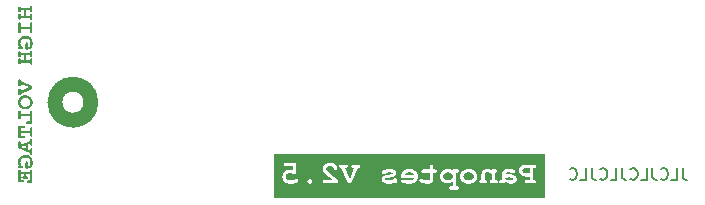
<source format=gbr>
%TF.GenerationSoftware,KiCad,Pcbnew,7.0.0*%
%TF.CreationDate,2023-03-13T15:22:28-06:00*%
%TF.ProjectId,Panoptes,50616e6f-7074-4657-932e-6b696361645f,rev?*%
%TF.SameCoordinates,PX284af10PY30291a0*%
%TF.FileFunction,Legend,Bot*%
%TF.FilePolarity,Positive*%
%FSLAX46Y46*%
G04 Gerber Fmt 4.6, Leading zero omitted, Abs format (unit mm)*
G04 Created by KiCad (PCBNEW 7.0.0) date 2023-03-13 15:22:28*
%MOMM*%
%LPD*%
G01*
G04 APERTURE LIST*
%ADD10C,0.300000*%
%ADD11C,0.200000*%
%ADD12C,1.270000*%
G04 APERTURE END LIST*
D10*
G36*
X94141863Y-100722693D02*
G01*
X94167106Y-100724450D01*
X94191674Y-100727379D01*
X94215566Y-100731480D01*
X94238782Y-100736752D01*
X94261323Y-100743196D01*
X94283188Y-100750811D01*
X94304378Y-100759598D01*
X94324893Y-100769557D01*
X94344732Y-100780687D01*
X94363895Y-100792989D01*
X94382383Y-100806462D01*
X94400196Y-100821107D01*
X94417333Y-100836924D01*
X94433795Y-100853912D01*
X94449581Y-100872072D01*
X94464596Y-100891242D01*
X94478134Y-100910283D01*
X94490196Y-100929195D01*
X94500780Y-100947978D01*
X94509888Y-100966633D01*
X94517518Y-100985158D01*
X94525395Y-101009659D01*
X94530647Y-101033931D01*
X94533272Y-101057973D01*
X94533600Y-101069909D01*
X94532544Y-101089916D01*
X94529376Y-101109820D01*
X94524095Y-101129620D01*
X94516702Y-101149318D01*
X94507196Y-101168913D01*
X94495579Y-101188405D01*
X94481849Y-101207793D01*
X94466006Y-101227079D01*
X94448051Y-101246262D01*
X94427984Y-101265341D01*
X94413433Y-101278004D01*
X94390399Y-101295987D01*
X94366361Y-101312202D01*
X94341318Y-101326647D01*
X94315270Y-101339324D01*
X94288218Y-101350232D01*
X94269625Y-101356521D01*
X94250585Y-101362024D01*
X94231099Y-101366741D01*
X94211167Y-101370672D01*
X94190788Y-101373817D01*
X94169962Y-101376175D01*
X94148690Y-101377747D01*
X94126972Y-101378533D01*
X94115945Y-101378632D01*
X94093830Y-101378241D01*
X94072180Y-101377067D01*
X94050996Y-101375111D01*
X94030277Y-101372373D01*
X94010024Y-101368852D01*
X93990236Y-101364550D01*
X93970914Y-101359464D01*
X93952058Y-101353597D01*
X93933667Y-101346947D01*
X93906954Y-101335505D01*
X93881289Y-101322303D01*
X93856671Y-101307341D01*
X93833100Y-101290618D01*
X93817969Y-101278492D01*
X93796581Y-101259539D01*
X93777297Y-101240413D01*
X93760116Y-101221116D01*
X93745039Y-101201647D01*
X93732066Y-101182007D01*
X93721197Y-101162194D01*
X93712432Y-101142210D01*
X93705770Y-101122055D01*
X93701212Y-101101727D01*
X93698757Y-101081228D01*
X93698290Y-101067466D01*
X93699938Y-101045336D01*
X93703831Y-101025267D01*
X93710013Y-101003719D01*
X93718486Y-100980692D01*
X93726912Y-100961206D01*
X93736804Y-100940774D01*
X93745184Y-100924829D01*
X93757580Y-100903549D01*
X93771563Y-100883185D01*
X93787133Y-100863737D01*
X93804291Y-100845205D01*
X93823037Y-100827589D01*
X93838138Y-100814978D01*
X93854132Y-100802883D01*
X93871019Y-100791302D01*
X93888799Y-100780237D01*
X93907230Y-100769848D01*
X93926254Y-100760482D01*
X93945870Y-100752137D01*
X93966079Y-100744814D01*
X93986880Y-100738513D01*
X94008274Y-100733233D01*
X94030260Y-100728976D01*
X94052839Y-100725740D01*
X94076010Y-100723526D01*
X94099774Y-100722334D01*
X94115945Y-100722107D01*
X94141863Y-100722693D01*
G37*
G36*
X99304940Y-101160061D02*
G01*
X99325866Y-101160874D01*
X99346415Y-101162229D01*
X99366586Y-101164125D01*
X99386379Y-101166564D01*
X99405795Y-101169545D01*
X99434210Y-101175031D01*
X99461774Y-101181738D01*
X99488489Y-101189663D01*
X99514353Y-101198808D01*
X99539368Y-101209172D01*
X99563532Y-101220755D01*
X99579169Y-101229155D01*
X99597144Y-101240283D01*
X99616242Y-101254237D01*
X99631595Y-101268238D01*
X99645076Y-101285102D01*
X99653989Y-101304864D01*
X99655861Y-101319036D01*
X99652236Y-101338299D01*
X99641359Y-101355177D01*
X99625371Y-101368327D01*
X99618736Y-101372281D01*
X99600838Y-101381097D01*
X99581337Y-101388737D01*
X99560233Y-101395202D01*
X99537526Y-101400491D01*
X99513216Y-101404605D01*
X99487303Y-101407544D01*
X99466817Y-101408977D01*
X99445429Y-101409748D01*
X99430669Y-101409895D01*
X99404848Y-101409383D01*
X99384932Y-101408329D01*
X99364543Y-101406699D01*
X99343681Y-101404493D01*
X99322348Y-101401713D01*
X99300542Y-101398357D01*
X99278264Y-101394425D01*
X99255513Y-101389919D01*
X99232291Y-101384837D01*
X99208596Y-101379180D01*
X99200593Y-101377166D01*
X99176753Y-101370732D01*
X99153412Y-101363886D01*
X99130568Y-101356627D01*
X99108223Y-101348956D01*
X99086376Y-101340873D01*
X99065026Y-101332378D01*
X99044175Y-101323471D01*
X99023822Y-101314152D01*
X99003967Y-101304420D01*
X98984609Y-101294276D01*
X98971981Y-101287285D01*
X98971981Y-101187145D01*
X98993005Y-101183833D01*
X99013823Y-101180734D01*
X99034435Y-101177849D01*
X99054841Y-101175177D01*
X99075040Y-101172720D01*
X99095034Y-101170476D01*
X99114821Y-101168446D01*
X99134403Y-101166629D01*
X99163389Y-101164305D01*
X99191911Y-101162462D01*
X99219969Y-101161099D01*
X99247564Y-101160218D01*
X99274695Y-101159817D01*
X99283635Y-101159790D01*
X99304940Y-101160061D01*
G37*
G36*
X95886398Y-100722536D02*
G01*
X95909535Y-100723824D01*
X95932179Y-100725971D01*
X95954330Y-100728976D01*
X95975990Y-100732840D01*
X95997157Y-100737563D01*
X96017832Y-100743144D01*
X96038014Y-100749584D01*
X96057704Y-100756883D01*
X96076902Y-100765040D01*
X96095608Y-100774056D01*
X96113821Y-100783931D01*
X96131542Y-100794664D01*
X96148771Y-100806256D01*
X96165507Y-100818707D01*
X96181751Y-100832016D01*
X96197190Y-100845829D01*
X96211633Y-100859913D01*
X96225079Y-100874268D01*
X96243382Y-100896309D01*
X96259443Y-100918959D01*
X96273263Y-100942219D01*
X96284843Y-100966088D01*
X96294181Y-100990568D01*
X96301277Y-101015656D01*
X96306133Y-101041355D01*
X96308748Y-101067663D01*
X96309246Y-101085540D01*
X96308112Y-101107660D01*
X96304712Y-101129504D01*
X96299045Y-101151074D01*
X96291111Y-101172369D01*
X96280910Y-101193389D01*
X96268442Y-101214134D01*
X96253707Y-101234605D01*
X96236706Y-101254801D01*
X96217437Y-101274722D01*
X96195902Y-101294368D01*
X96180286Y-101307313D01*
X96163876Y-101319735D01*
X96147008Y-101331355D01*
X96129682Y-101342175D01*
X96111898Y-101352192D01*
X96093656Y-101361409D01*
X96074956Y-101369824D01*
X96055798Y-101377437D01*
X96036182Y-101384249D01*
X96016109Y-101390260D01*
X95995577Y-101395469D01*
X95974587Y-101399877D01*
X95953140Y-101403483D01*
X95931234Y-101406288D01*
X95908871Y-101408292D01*
X95886049Y-101409494D01*
X95862770Y-101409895D01*
X95839315Y-101409494D01*
X95816333Y-101408292D01*
X95793825Y-101406288D01*
X95771789Y-101403483D01*
X95750227Y-101399877D01*
X95729139Y-101395469D01*
X95708523Y-101390260D01*
X95688381Y-101384249D01*
X95668711Y-101377437D01*
X95649515Y-101369824D01*
X95630793Y-101361409D01*
X95612543Y-101352192D01*
X95594767Y-101342175D01*
X95577464Y-101331355D01*
X95560634Y-101319735D01*
X95544277Y-101307313D01*
X95528602Y-101294364D01*
X95513938Y-101281286D01*
X95493838Y-101261425D01*
X95476013Y-101241272D01*
X95460464Y-101220827D01*
X95447191Y-101200090D01*
X95436193Y-101179061D01*
X95427470Y-101157741D01*
X95421023Y-101136128D01*
X95416851Y-101114224D01*
X95414955Y-101092027D01*
X95414829Y-101084563D01*
X95415687Y-101061842D01*
X95418263Y-101039472D01*
X95422557Y-101017454D01*
X95428567Y-100995789D01*
X95436295Y-100974475D01*
X95445741Y-100953514D01*
X95456903Y-100932904D01*
X95469783Y-100912647D01*
X95484380Y-100892742D01*
X95500695Y-100873188D01*
X95512526Y-100860348D01*
X95529522Y-100843608D01*
X95547170Y-100827948D01*
X95565471Y-100813368D01*
X95584425Y-100799868D01*
X95604031Y-100787448D01*
X95624290Y-100776108D01*
X95645201Y-100765847D01*
X95666765Y-100756667D01*
X95688982Y-100748567D01*
X95711851Y-100741547D01*
X95735372Y-100735607D01*
X95759547Y-100730747D01*
X95784374Y-100726967D01*
X95809853Y-100724267D01*
X95835985Y-100722647D01*
X95862770Y-100722107D01*
X95886398Y-100722536D01*
G37*
G36*
X90872432Y-100722588D02*
G01*
X90898171Y-100724030D01*
X90923242Y-100726435D01*
X90947642Y-100729801D01*
X90971373Y-100734128D01*
X90994434Y-100739418D01*
X91016825Y-100745669D01*
X91038546Y-100752882D01*
X91059598Y-100761056D01*
X91079980Y-100770192D01*
X91093196Y-100776817D01*
X91112457Y-100787473D01*
X91131040Y-100799108D01*
X91148944Y-100811722D01*
X91166171Y-100825315D01*
X91182719Y-100839886D01*
X91198588Y-100855437D01*
X91213780Y-100871966D01*
X91228292Y-100889474D01*
X91242127Y-100907961D01*
X91255283Y-100927427D01*
X91263677Y-100940949D01*
X90428367Y-100940949D01*
X90440809Y-100920830D01*
X90453955Y-100901690D01*
X90467805Y-100883530D01*
X90482359Y-100866348D01*
X90497618Y-100850145D01*
X90513581Y-100834920D01*
X90530247Y-100820675D01*
X90547618Y-100807409D01*
X90565693Y-100795121D01*
X90584472Y-100783813D01*
X90597383Y-100776817D01*
X90617331Y-100767040D01*
X90637975Y-100758224D01*
X90659314Y-100750370D01*
X90681349Y-100743478D01*
X90704079Y-100737548D01*
X90727505Y-100732579D01*
X90751626Y-100728572D01*
X90776443Y-100725526D01*
X90801956Y-100723443D01*
X90828163Y-100722321D01*
X90846022Y-100722107D01*
X90872432Y-100722588D01*
G37*
G36*
X101068562Y-100815896D02*
G01*
X100807711Y-100815896D01*
X100784988Y-100815610D01*
X100762862Y-100814751D01*
X100741330Y-100813320D01*
X100720394Y-100811317D01*
X100700053Y-100808741D01*
X100680307Y-100805592D01*
X100651805Y-100799796D01*
X100624643Y-100792712D01*
X100598820Y-100784340D01*
X100574337Y-100774680D01*
X100551193Y-100763732D01*
X100529388Y-100751496D01*
X100515596Y-100742623D01*
X100496303Y-100728536D01*
X100478908Y-100713932D01*
X100463411Y-100698814D01*
X100449811Y-100683181D01*
X100438109Y-100667032D01*
X100425458Y-100644699D01*
X100416180Y-100621450D01*
X100410276Y-100597286D01*
X100407746Y-100572205D01*
X100407641Y-100565792D01*
X100409007Y-100544275D01*
X100413106Y-100523446D01*
X100419937Y-100503304D01*
X100429501Y-100483848D01*
X100441797Y-100465080D01*
X100456825Y-100446998D01*
X100474586Y-100429603D01*
X100489700Y-100417008D01*
X100495080Y-100412896D01*
X100512044Y-100401110D01*
X100530331Y-100390484D01*
X100549940Y-100381018D01*
X100570871Y-100372710D01*
X100593125Y-100365562D01*
X100616701Y-100359572D01*
X100641600Y-100354742D01*
X100667821Y-100351072D01*
X100695364Y-100348560D01*
X100724229Y-100347208D01*
X100744207Y-100346950D01*
X101068562Y-100346950D01*
X101068562Y-100815896D01*
G37*
G36*
X102318163Y-102927186D02*
G01*
X79354830Y-102927186D01*
X79354830Y-101105568D01*
X80090544Y-101105568D01*
X80091223Y-101139362D01*
X80093261Y-101172231D01*
X80096658Y-101204177D01*
X80101413Y-101235200D01*
X80107526Y-101265299D01*
X80114999Y-101294475D01*
X80123830Y-101322727D01*
X80134019Y-101350055D01*
X80145567Y-101376460D01*
X80158474Y-101401942D01*
X80172739Y-101426500D01*
X80188363Y-101450134D01*
X80205346Y-101472845D01*
X80223687Y-101494632D01*
X80243386Y-101515496D01*
X80264445Y-101535436D01*
X80286904Y-101554305D01*
X80310805Y-101571958D01*
X80336149Y-101588392D01*
X80362936Y-101603610D01*
X80391165Y-101617610D01*
X80420836Y-101630393D01*
X80451951Y-101641958D01*
X80484508Y-101652306D01*
X80518507Y-101661436D01*
X80553949Y-101669349D01*
X80590833Y-101676045D01*
X80629160Y-101681523D01*
X80648865Y-101683806D01*
X80668930Y-101685784D01*
X80689356Y-101687458D01*
X80710142Y-101688828D01*
X80731289Y-101689893D01*
X80752797Y-101690654D01*
X80774665Y-101691110D01*
X80796894Y-101691263D01*
X80816518Y-101691140D01*
X80854994Y-101690163D01*
X80892440Y-101688210D01*
X80928855Y-101685279D01*
X80964240Y-101681371D01*
X80998594Y-101676486D01*
X81031918Y-101670624D01*
X81064211Y-101663785D01*
X81095474Y-101655969D01*
X81125707Y-101647177D01*
X81154909Y-101637407D01*
X81183081Y-101626660D01*
X81210223Y-101614937D01*
X81236334Y-101602236D01*
X81261414Y-101588558D01*
X81285465Y-101573904D01*
X81297103Y-101566210D01*
X81316222Y-101552470D01*
X81333459Y-101538361D01*
X81348817Y-101523882D01*
X81362293Y-101509035D01*
X81366245Y-101503684D01*
X82206664Y-101503684D01*
X82207549Y-101523300D01*
X82211146Y-101546660D01*
X82217510Y-101568733D01*
X82226640Y-101589517D01*
X82238538Y-101609014D01*
X82253202Y-101627222D01*
X82263328Y-101637529D01*
X82281921Y-101653009D01*
X82302588Y-101665865D01*
X82320616Y-101674261D01*
X82339973Y-101680978D01*
X82360657Y-101686015D01*
X82382669Y-101689374D01*
X82406010Y-101691053D01*
X82418178Y-101691263D01*
X82442190Y-101690423D01*
X82464890Y-101687904D01*
X82486276Y-101683706D01*
X82506350Y-101677829D01*
X82525111Y-101670273D01*
X82542559Y-101661038D01*
X82544049Y-101660000D01*
X83511898Y-101660000D01*
X84795150Y-101660000D01*
X84795150Y-101347369D01*
X84748172Y-101311261D01*
X84702372Y-101275968D01*
X84657749Y-101241488D01*
X84614303Y-101207822D01*
X84572035Y-101174970D01*
X84530944Y-101142932D01*
X84491030Y-101111707D01*
X84452294Y-101081297D01*
X84414735Y-101051700D01*
X84378353Y-101022917D01*
X84343149Y-100994948D01*
X84309122Y-100967792D01*
X84276272Y-100941451D01*
X84244599Y-100915923D01*
X84214104Y-100891209D01*
X84184787Y-100867309D01*
X84156646Y-100844223D01*
X84129683Y-100821951D01*
X84103897Y-100800492D01*
X84079289Y-100779848D01*
X84055858Y-100760017D01*
X84033604Y-100741000D01*
X84012528Y-100722796D01*
X83992629Y-100705407D01*
X83973907Y-100688831D01*
X83956362Y-100673069D01*
X83939995Y-100658122D01*
X83924805Y-100643987D01*
X83897958Y-100618161D01*
X83875819Y-100595589D01*
X83861590Y-100579638D01*
X83848760Y-100563841D01*
X83833831Y-100543020D01*
X83821390Y-100522473D01*
X83811437Y-100502201D01*
X83803972Y-100482203D01*
X83798996Y-100462481D01*
X83796507Y-100443033D01*
X83796196Y-100433412D01*
X83797601Y-100409827D01*
X83801814Y-100386945D01*
X83808836Y-100364764D01*
X83818667Y-100343286D01*
X83831306Y-100322510D01*
X83846755Y-100302437D01*
X83860184Y-100287842D01*
X83875194Y-100273643D01*
X83886078Y-100264396D01*
X83903458Y-100251214D01*
X83921895Y-100239329D01*
X83941389Y-100228740D01*
X83961938Y-100219448D01*
X83983543Y-100211452D01*
X84006205Y-100204753D01*
X84029923Y-100199350D01*
X84054697Y-100195245D01*
X84080527Y-100192435D01*
X84107413Y-100190923D01*
X84125924Y-100190635D01*
X84153779Y-100191429D01*
X84180741Y-100193812D01*
X84206810Y-100197783D01*
X84231987Y-100203343D01*
X84256270Y-100210491D01*
X84279660Y-100219228D01*
X84302157Y-100229554D01*
X84323761Y-100241468D01*
X84344472Y-100254970D01*
X84364290Y-100270061D01*
X84377006Y-100281004D01*
X84392839Y-100297250D01*
X84407670Y-100315761D01*
X84418813Y-100332202D01*
X84429316Y-100350093D01*
X84439177Y-100369434D01*
X84448397Y-100390225D01*
X84456976Y-100412466D01*
X84461025Y-100424131D01*
X84468685Y-100445277D01*
X84477374Y-100464019D01*
X84488815Y-100482845D01*
X84501657Y-100498400D01*
X84513782Y-100509127D01*
X84531612Y-100520240D01*
X84551395Y-100528178D01*
X84573133Y-100532941D01*
X84593756Y-100534504D01*
X84596824Y-100534528D01*
X84617890Y-100533069D01*
X84637857Y-100528690D01*
X84656725Y-100521391D01*
X84674494Y-100511173D01*
X84691163Y-100498035D01*
X84696475Y-100493007D01*
X84710752Y-100476755D01*
X84722075Y-100459508D01*
X84730444Y-100441264D01*
X84735860Y-100422024D01*
X84738321Y-100401788D01*
X84738485Y-100394822D01*
X84737295Y-100373282D01*
X84733722Y-100350430D01*
X84727769Y-100326266D01*
X84721741Y-100307281D01*
X84714374Y-100287557D01*
X84705667Y-100267095D01*
X84695621Y-100245894D01*
X84684235Y-100223956D01*
X84674308Y-100206266D01*
X84873307Y-100206266D01*
X84875626Y-100229502D01*
X84881100Y-100248261D01*
X84889794Y-100266472D01*
X84901708Y-100284134D01*
X84916842Y-100301248D01*
X84931267Y-100314544D01*
X84939253Y-100321060D01*
X84956300Y-100331148D01*
X84975935Y-100337823D01*
X84995839Y-100341994D01*
X85018963Y-100344902D01*
X85039781Y-100346318D01*
X85062660Y-100346925D01*
X85068702Y-100346950D01*
X85647069Y-101660000D01*
X85917690Y-101660000D01*
X86067925Y-101318060D01*
X88497871Y-101318060D01*
X88499043Y-101344121D01*
X88502559Y-101369368D01*
X88508420Y-101393798D01*
X88516624Y-101417413D01*
X88527173Y-101440212D01*
X88540066Y-101462195D01*
X88555303Y-101483363D01*
X88572884Y-101503715D01*
X88592810Y-101523251D01*
X88615079Y-101541971D01*
X88631228Y-101553998D01*
X88655549Y-101570620D01*
X88680763Y-101586169D01*
X88706870Y-101600647D01*
X88733871Y-101614051D01*
X88761764Y-101626384D01*
X88790550Y-101637644D01*
X88820230Y-101647831D01*
X88850802Y-101656946D01*
X88882267Y-101664989D01*
X88914626Y-101671960D01*
X88947877Y-101677858D01*
X88982021Y-101682684D01*
X89017059Y-101686437D01*
X89052989Y-101689118D01*
X89089813Y-101690726D01*
X89127529Y-101691263D01*
X89150268Y-101691121D01*
X89172689Y-101690696D01*
X89194793Y-101689987D01*
X89216579Y-101688996D01*
X89238047Y-101687721D01*
X89259197Y-101686162D01*
X89280030Y-101684320D01*
X89300545Y-101682195D01*
X89320742Y-101679787D01*
X89340622Y-101677095D01*
X89353698Y-101675143D01*
X89379321Y-101670998D01*
X89404409Y-101666380D01*
X89428963Y-101661289D01*
X89452983Y-101655725D01*
X89476468Y-101649688D01*
X89499419Y-101643177D01*
X89521836Y-101636193D01*
X89543719Y-101628736D01*
X89560872Y-101639911D01*
X89578993Y-101648829D01*
X89587683Y-101652184D01*
X89606895Y-101657244D01*
X89626430Y-101659725D01*
X89635554Y-101660000D01*
X89655506Y-101659022D01*
X89677717Y-101655266D01*
X89698039Y-101648695D01*
X89716472Y-101639307D01*
X89733015Y-101627102D01*
X89740579Y-101619944D01*
X89753859Y-101602850D01*
X89764392Y-101581979D01*
X89771071Y-101561700D01*
X89775841Y-101538798D01*
X89778284Y-101518587D01*
X89779505Y-101496696D01*
X89779658Y-101485122D01*
X89779658Y-101455812D01*
X90115247Y-101455812D01*
X90116690Y-101475745D01*
X90122019Y-101497524D01*
X90131276Y-101517713D01*
X90144459Y-101536312D01*
X90156280Y-101548625D01*
X90172545Y-101561249D01*
X90193741Y-101573721D01*
X90212873Y-101582974D01*
X90234779Y-101592142D01*
X90259459Y-101601224D01*
X90286912Y-101610220D01*
X90306755Y-101616169D01*
X90327830Y-101622081D01*
X90350138Y-101627954D01*
X90373679Y-101633789D01*
X90398453Y-101639586D01*
X90424459Y-101645345D01*
X90451016Y-101650905D01*
X90477444Y-101656107D01*
X90503742Y-101660950D01*
X90529911Y-101665434D01*
X90555949Y-101669559D01*
X90581858Y-101673326D01*
X90607637Y-101676734D01*
X90633286Y-101679783D01*
X90658806Y-101682474D01*
X90684196Y-101684805D01*
X90709456Y-101686778D01*
X90734586Y-101688393D01*
X90759587Y-101689648D01*
X90784457Y-101690545D01*
X90809198Y-101691083D01*
X90833810Y-101691263D01*
X90854775Y-101691088D01*
X90875476Y-101690562D01*
X90895914Y-101689687D01*
X90916089Y-101688461D01*
X90936001Y-101686886D01*
X90955649Y-101684960D01*
X90994155Y-101680058D01*
X91031608Y-101673755D01*
X91068008Y-101666052D01*
X91103355Y-101656948D01*
X91137648Y-101646444D01*
X91170888Y-101634539D01*
X91203074Y-101621234D01*
X91234208Y-101606527D01*
X91264288Y-101590421D01*
X91293314Y-101572914D01*
X91321288Y-101554006D01*
X91348208Y-101533697D01*
X91374075Y-101511988D01*
X91398623Y-101489196D01*
X91421588Y-101465758D01*
X91442969Y-101441675D01*
X91455898Y-101425526D01*
X91685729Y-101425526D01*
X91687274Y-101445344D01*
X91692984Y-101467163D01*
X91702902Y-101487579D01*
X91714752Y-101503963D01*
X91729692Y-101519316D01*
X91748591Y-101535161D01*
X91765449Y-101546844D01*
X91784609Y-101558356D01*
X91806070Y-101569696D01*
X91829832Y-101580865D01*
X91855895Y-101591861D01*
X91874549Y-101599097D01*
X91894226Y-101606257D01*
X91914926Y-101613340D01*
X91936648Y-101620346D01*
X91959393Y-101627277D01*
X91983161Y-101634131D01*
X91995429Y-101637529D01*
X92019977Y-101644036D01*
X92044041Y-101650123D01*
X92067620Y-101655790D01*
X92090714Y-101661038D01*
X92113324Y-101665865D01*
X92135449Y-101670273D01*
X92157089Y-101674261D01*
X92178244Y-101677829D01*
X92198915Y-101680978D01*
X92219102Y-101683706D01*
X92238803Y-101686015D01*
X92267447Y-101688691D01*
X92295000Y-101690423D01*
X92321463Y-101691210D01*
X92330041Y-101691263D01*
X92362320Y-101690852D01*
X92393575Y-101689622D01*
X92423808Y-101687570D01*
X92453018Y-101684699D01*
X92481205Y-101681006D01*
X92508369Y-101676494D01*
X92534511Y-101671160D01*
X92559630Y-101665006D01*
X92583726Y-101658032D01*
X92606799Y-101650237D01*
X92628850Y-101641622D01*
X92649877Y-101632186D01*
X92669882Y-101621930D01*
X92688865Y-101610853D01*
X92706824Y-101598956D01*
X92723761Y-101586238D01*
X92739614Y-101572923D01*
X92754444Y-101559234D01*
X92768251Y-101545171D01*
X92787045Y-101523375D01*
X92803537Y-101500738D01*
X92817728Y-101477259D01*
X92829617Y-101452939D01*
X92839206Y-101427777D01*
X92846493Y-101401774D01*
X92851479Y-101374929D01*
X92854164Y-101347243D01*
X92854675Y-101328318D01*
X92854675Y-101066489D01*
X93416922Y-101066489D01*
X93416949Y-101067466D01*
X93417861Y-101099949D01*
X93420677Y-101132672D01*
X93425371Y-101164658D01*
X93431943Y-101195908D01*
X93440392Y-101226421D01*
X93450719Y-101256197D01*
X93462924Y-101285237D01*
X93477006Y-101313541D01*
X93492966Y-101341108D01*
X93510803Y-101367938D01*
X93530518Y-101394032D01*
X93552110Y-101419390D01*
X93575581Y-101444011D01*
X93600928Y-101467895D01*
X93628154Y-101491043D01*
X93657257Y-101513454D01*
X93682551Y-101531200D01*
X93708243Y-101547800D01*
X93734331Y-101563256D01*
X93760816Y-101577568D01*
X93787698Y-101590734D01*
X93814977Y-101602755D01*
X93842653Y-101613632D01*
X93870725Y-101623363D01*
X93899195Y-101631950D01*
X93928061Y-101639392D01*
X93957325Y-101645688D01*
X93986985Y-101650840D01*
X94017042Y-101654848D01*
X94047496Y-101657710D01*
X94078347Y-101659427D01*
X94109595Y-101660000D01*
X94129907Y-101659656D01*
X94150175Y-101658626D01*
X94170401Y-101656908D01*
X94190584Y-101654504D01*
X94210724Y-101651413D01*
X94230821Y-101647635D01*
X94250875Y-101643170D01*
X94270887Y-101638018D01*
X94290855Y-101632179D01*
X94310780Y-101625653D01*
X94324040Y-101620921D01*
X94343811Y-101613250D01*
X94363556Y-101604892D01*
X94383275Y-101595848D01*
X94402969Y-101586116D01*
X94422636Y-101575698D01*
X94442278Y-101564592D01*
X94461895Y-101552800D01*
X94481485Y-101540321D01*
X94501050Y-101527154D01*
X94520589Y-101513301D01*
X94533600Y-101503684D01*
X94533600Y-101910104D01*
X94365073Y-101910104D01*
X94340473Y-101910707D01*
X94317720Y-101912516D01*
X94296815Y-101915531D01*
X94273280Y-101920995D01*
X94252631Y-101928344D01*
X94234869Y-101937577D01*
X94219993Y-101948695D01*
X94205218Y-101964191D01*
X94193500Y-101981370D01*
X94184839Y-102000232D01*
X94179234Y-102020777D01*
X94176687Y-102043005D01*
X94176517Y-102050788D01*
X94178046Y-102073560D01*
X94182631Y-102094614D01*
X94190273Y-102113952D01*
X94200972Y-102131571D01*
X94214728Y-102147474D01*
X94219993Y-102152393D01*
X94238191Y-102165674D01*
X94256530Y-102174642D01*
X94277756Y-102181702D01*
X94301868Y-102186854D01*
X94323235Y-102189602D01*
X94346450Y-102191128D01*
X94365073Y-102191472D01*
X94863328Y-102191472D01*
X94887936Y-102190861D01*
X94910711Y-102189030D01*
X94931655Y-102185976D01*
X94950767Y-102181702D01*
X94972081Y-102174642D01*
X94990533Y-102165674D01*
X95008897Y-102152393D01*
X95023506Y-102137063D01*
X95035092Y-102120016D01*
X95043656Y-102101251D01*
X95049197Y-102080769D01*
X95051716Y-102058569D01*
X95051884Y-102050788D01*
X95050338Y-102027999D01*
X95045701Y-102006893D01*
X95037973Y-101987470D01*
X95027154Y-101969730D01*
X95013244Y-101953673D01*
X95007920Y-101948695D01*
X94989441Y-101935580D01*
X94970999Y-101926724D01*
X94949790Y-101919752D01*
X94925814Y-101914664D01*
X94904641Y-101911951D01*
X94881698Y-101910443D01*
X94863328Y-101910104D01*
X94815457Y-101910104D01*
X94815457Y-101084075D01*
X95132972Y-101084075D01*
X95132986Y-101084563D01*
X95133762Y-101112570D01*
X95136132Y-101140901D01*
X95140082Y-101169070D01*
X95145612Y-101197075D01*
X95152722Y-101224918D01*
X95161411Y-101252597D01*
X95171681Y-101280113D01*
X95179405Y-101298366D01*
X95187832Y-101316547D01*
X95196960Y-101334655D01*
X95206791Y-101352691D01*
X95217324Y-101370654D01*
X95222854Y-101379609D01*
X95234434Y-101397211D01*
X95246705Y-101414360D01*
X95259668Y-101431054D01*
X95273320Y-101447295D01*
X95287664Y-101463081D01*
X95302698Y-101478413D01*
X95318423Y-101493290D01*
X95334839Y-101507714D01*
X95351946Y-101521684D01*
X95369743Y-101535199D01*
X95388231Y-101548260D01*
X95407410Y-101560867D01*
X95427279Y-101573020D01*
X95447839Y-101584719D01*
X95469091Y-101595964D01*
X95491032Y-101606755D01*
X95513319Y-101616988D01*
X95535729Y-101626561D01*
X95558260Y-101635474D01*
X95580914Y-101643727D01*
X95603689Y-101651319D01*
X95626587Y-101658252D01*
X95649607Y-101664524D01*
X95672749Y-101670136D01*
X95696013Y-101675087D01*
X95719399Y-101679379D01*
X95742908Y-101683010D01*
X95766538Y-101685981D01*
X95790291Y-101688292D01*
X95814166Y-101689942D01*
X95838162Y-101690932D01*
X95862281Y-101691263D01*
X95886274Y-101690938D01*
X95910138Y-101689965D01*
X95933871Y-101688343D01*
X95957475Y-101686072D01*
X95980949Y-101683153D01*
X96004293Y-101679585D01*
X96027508Y-101675368D01*
X96050593Y-101670502D01*
X96073548Y-101664987D01*
X96096373Y-101658824D01*
X96119068Y-101652012D01*
X96141634Y-101644551D01*
X96164070Y-101636442D01*
X96186376Y-101627683D01*
X96208553Y-101618276D01*
X96230600Y-101608220D01*
X96252255Y-101597546D01*
X96273258Y-101586406D01*
X96293609Y-101574801D01*
X96313306Y-101562730D01*
X96332352Y-101550193D01*
X96350744Y-101537191D01*
X96368484Y-101523723D01*
X96373889Y-101519316D01*
X96773307Y-101519316D01*
X96774836Y-101542105D01*
X96779421Y-101563211D01*
X96787063Y-101582634D01*
X96797762Y-101600374D01*
X96811518Y-101616431D01*
X96816782Y-101621409D01*
X96835129Y-101634524D01*
X96853541Y-101643380D01*
X96874790Y-101650352D01*
X96898878Y-101655440D01*
X96920192Y-101658153D01*
X96943323Y-101659660D01*
X96961863Y-101660000D01*
X97215875Y-101660000D01*
X97240368Y-101659397D01*
X97263045Y-101657588D01*
X97283905Y-101654573D01*
X97307425Y-101649108D01*
X97328107Y-101641760D01*
X97345950Y-101632526D01*
X97360956Y-101621409D01*
X97375564Y-101605913D01*
X97387151Y-101588734D01*
X97395714Y-101569872D01*
X97401256Y-101549327D01*
X97403774Y-101527099D01*
X97403942Y-101519316D01*
X97402448Y-101496544D01*
X97397966Y-101475489D01*
X97390496Y-101456152D01*
X97380037Y-101438532D01*
X97366590Y-101422630D01*
X97361444Y-101417711D01*
X97343859Y-101404430D01*
X97322976Y-101393897D01*
X97303055Y-101387218D01*
X97280844Y-101382448D01*
X97261427Y-101380006D01*
X97240544Y-101378784D01*
X97229553Y-101378632D01*
X97229553Y-100894542D01*
X97230324Y-100874354D01*
X97233456Y-100851072D01*
X97238996Y-100829961D01*
X97246946Y-100811020D01*
X97257305Y-100794250D01*
X97272916Y-100776991D01*
X97278890Y-100771933D01*
X97296025Y-100760255D01*
X97315191Y-100750134D01*
X97336386Y-100741570D01*
X97359612Y-100734563D01*
X97384868Y-100729114D01*
X97405143Y-100726048D01*
X97426560Y-100723859D01*
X97449118Y-100722545D01*
X97472819Y-100722107D01*
X97496755Y-100722672D01*
X97519958Y-100724366D01*
X97542428Y-100727190D01*
X97564166Y-100731144D01*
X97585170Y-100736227D01*
X97605443Y-100742440D01*
X97624982Y-100749783D01*
X97643789Y-100758255D01*
X97662725Y-100768422D01*
X97682898Y-100781092D01*
X97704308Y-100796265D01*
X97721176Y-100809288D01*
X97738740Y-100823720D01*
X97757000Y-100839559D01*
X97775955Y-100856807D01*
X97795605Y-100875463D01*
X97815951Y-100895527D01*
X97829902Y-100909685D01*
X97829902Y-101378632D01*
X97810243Y-101378859D01*
X97786127Y-101379871D01*
X97764409Y-101381691D01*
X97740631Y-101385104D01*
X97720598Y-101389782D01*
X97701501Y-101397063D01*
X97689706Y-101404521D01*
X97674021Y-101417642D01*
X97657356Y-101434536D01*
X97643959Y-101451979D01*
X97633829Y-101469970D01*
X97626967Y-101488510D01*
X97623045Y-101511483D01*
X97622784Y-101519316D01*
X97624312Y-101542105D01*
X97628898Y-101563211D01*
X97636540Y-101582634D01*
X97647239Y-101600374D01*
X97660995Y-101616431D01*
X97666259Y-101621409D01*
X97684440Y-101634524D01*
X97702739Y-101643380D01*
X97723900Y-101650352D01*
X97747924Y-101655440D01*
X97769204Y-101658153D01*
X97792315Y-101659660D01*
X97810851Y-101660000D01*
X98130809Y-101660000D01*
X98155302Y-101659397D01*
X98177978Y-101657588D01*
X98198838Y-101654573D01*
X98222359Y-101649108D01*
X98243040Y-101641760D01*
X98260884Y-101632526D01*
X98275889Y-101621409D01*
X98290664Y-101605913D01*
X98302382Y-101588734D01*
X98311043Y-101569872D01*
X98316647Y-101549327D01*
X98319195Y-101527099D01*
X98319364Y-101519316D01*
X98453698Y-101519316D01*
X98455226Y-101542105D01*
X98459812Y-101563211D01*
X98467454Y-101582634D01*
X98478153Y-101600374D01*
X98491909Y-101616431D01*
X98497173Y-101621409D01*
X98515520Y-101634524D01*
X98533931Y-101643380D01*
X98555181Y-101650352D01*
X98579269Y-101655440D01*
X98600583Y-101658153D01*
X98623713Y-101659660D01*
X98642254Y-101660000D01*
X98971981Y-101660000D01*
X98971981Y-101503684D01*
X98992050Y-101520857D01*
X99012505Y-101537206D01*
X99033346Y-101552731D01*
X99054574Y-101567431D01*
X99076188Y-101581308D01*
X99098188Y-101594359D01*
X99120575Y-101606587D01*
X99143348Y-101617990D01*
X99166508Y-101628568D01*
X99190054Y-101638323D01*
X99205966Y-101644368D01*
X99229665Y-101652749D01*
X99252952Y-101660305D01*
X99275827Y-101667037D01*
X99298290Y-101672944D01*
X99320340Y-101678028D01*
X99341979Y-101682287D01*
X99363205Y-101685721D01*
X99384019Y-101688332D01*
X99404421Y-101690118D01*
X99424411Y-101691079D01*
X99437508Y-101691263D01*
X99465568Y-101690824D01*
X99492959Y-101689507D01*
X99519683Y-101687313D01*
X99545738Y-101684241D01*
X99571126Y-101680291D01*
X99595846Y-101675463D01*
X99619898Y-101669758D01*
X99643283Y-101663175D01*
X99665999Y-101655714D01*
X99688048Y-101647375D01*
X99709429Y-101638159D01*
X99730142Y-101628065D01*
X99750187Y-101617093D01*
X99769564Y-101605243D01*
X99788273Y-101592516D01*
X99806315Y-101578911D01*
X99823410Y-101564712D01*
X99839402Y-101550327D01*
X99854291Y-101535754D01*
X99868078Y-101520995D01*
X99880761Y-101506048D01*
X99897719Y-101483278D01*
X99912194Y-101460087D01*
X99924188Y-101436475D01*
X99933701Y-101412442D01*
X99940732Y-101387989D01*
X99945281Y-101363115D01*
X99947349Y-101337820D01*
X99947487Y-101329295D01*
X99946781Y-101308628D01*
X99944663Y-101288147D01*
X99941133Y-101267854D01*
X99936191Y-101247748D01*
X99929837Y-101227829D01*
X99922071Y-101208097D01*
X99912893Y-101188552D01*
X99902302Y-101169193D01*
X99890300Y-101150022D01*
X99876886Y-101131038D01*
X99862060Y-101112241D01*
X99845821Y-101093631D01*
X99828171Y-101075208D01*
X99809108Y-101056972D01*
X99788634Y-101038922D01*
X99766748Y-101021060D01*
X99743617Y-101003788D01*
X99719410Y-100987629D01*
X99694127Y-100972586D01*
X99667768Y-100958656D01*
X99640333Y-100945841D01*
X99611821Y-100934140D01*
X99582234Y-100923554D01*
X99551570Y-100914082D01*
X99519830Y-100905724D01*
X99487013Y-100898481D01*
X99453121Y-100892352D01*
X99418152Y-100887337D01*
X99382107Y-100883437D01*
X99344986Y-100880651D01*
X99306789Y-100878980D01*
X99267515Y-100878422D01*
X99243171Y-100878663D01*
X99218130Y-100879384D01*
X99192395Y-100880586D01*
X99165964Y-100882269D01*
X99138837Y-100884433D01*
X99111015Y-100887078D01*
X99082497Y-100890203D01*
X99063099Y-100892554D01*
X99043391Y-100895119D01*
X99023375Y-100897897D01*
X99003049Y-100900889D01*
X98982415Y-100904095D01*
X98971981Y-100905778D01*
X98971981Y-100847159D01*
X98973888Y-100827181D01*
X98980930Y-100805696D01*
X98991097Y-100788843D01*
X99005076Y-100773433D01*
X99022867Y-100759466D01*
X99026203Y-100757278D01*
X99045545Y-100747146D01*
X99064470Y-100740276D01*
X99086463Y-100734506D01*
X99111525Y-100729835D01*
X99132334Y-100727053D01*
X99154870Y-100724889D01*
X99179132Y-100723343D01*
X99205119Y-100722416D01*
X99232833Y-100722107D01*
X99256933Y-100722511D01*
X99282338Y-100723721D01*
X99309048Y-100725739D01*
X99337063Y-100728564D01*
X99356465Y-100730896D01*
X99376448Y-100733586D01*
X99397010Y-100736636D01*
X99418152Y-100740044D01*
X99439874Y-100743810D01*
X99462177Y-100747936D01*
X99485059Y-100752420D01*
X99508522Y-100757263D01*
X99532564Y-100762464D01*
X99557187Y-100768025D01*
X99579579Y-100772809D01*
X99600350Y-100776783D01*
X99623133Y-100780481D01*
X99643580Y-100783011D01*
X99664484Y-100784487D01*
X99672470Y-100784633D01*
X99693101Y-100783225D01*
X99712495Y-100779000D01*
X99733559Y-100770512D01*
X99750275Y-100760185D01*
X99765753Y-100747042D01*
X99768213Y-100744577D01*
X99781494Y-100728784D01*
X99792027Y-100711444D01*
X99799812Y-100692559D01*
X99804849Y-100672129D01*
X99807139Y-100650153D01*
X99807292Y-100642484D01*
X99805956Y-100621456D01*
X99801401Y-100600529D01*
X99793614Y-100581912D01*
X99787293Y-100572142D01*
X100126273Y-100572142D01*
X100126767Y-100593920D01*
X100128248Y-100615476D01*
X100130717Y-100636808D01*
X100134173Y-100657917D01*
X100138616Y-100678803D01*
X100144047Y-100699465D01*
X100150466Y-100719904D01*
X100157872Y-100740120D01*
X100166265Y-100760112D01*
X100175646Y-100779882D01*
X100182449Y-100792937D01*
X100193966Y-100812332D01*
X100207270Y-100831680D01*
X100222360Y-100850983D01*
X100239235Y-100870240D01*
X100253064Y-100884653D01*
X100267898Y-100899040D01*
X100283736Y-100913401D01*
X100300578Y-100927737D01*
X100318426Y-100942046D01*
X100324598Y-100946810D01*
X100343321Y-100960672D01*
X100362122Y-100973864D01*
X100381000Y-100986386D01*
X100399955Y-100998239D01*
X100418987Y-101009421D01*
X100438097Y-101019934D01*
X100457284Y-101029778D01*
X100476548Y-101038951D01*
X100495889Y-101047455D01*
X100515308Y-101055289D01*
X100528297Y-101060139D01*
X100548298Y-101066774D01*
X100569467Y-101072756D01*
X100591804Y-101078085D01*
X100615308Y-101082762D01*
X100639981Y-101086786D01*
X100665821Y-101090158D01*
X100692829Y-101092877D01*
X100721004Y-101094944D01*
X100750348Y-101096358D01*
X100770559Y-101096938D01*
X100791289Y-101097228D01*
X100801849Y-101097264D01*
X101068562Y-101097264D01*
X101068562Y-101378632D01*
X100784263Y-101378632D01*
X100759770Y-101379242D01*
X100737094Y-101381074D01*
X100716234Y-101384127D01*
X100692714Y-101389661D01*
X100672032Y-101397103D01*
X100654188Y-101406453D01*
X100639183Y-101417711D01*
X100624408Y-101433041D01*
X100612690Y-101450088D01*
X100604029Y-101468853D01*
X100598425Y-101489335D01*
X100595878Y-101511534D01*
X100595708Y-101519316D01*
X100597236Y-101542105D01*
X100601822Y-101563211D01*
X100609464Y-101582634D01*
X100620163Y-101600374D01*
X100633918Y-101616431D01*
X100639183Y-101621409D01*
X100657530Y-101634524D01*
X100675941Y-101643380D01*
X100697191Y-101650352D01*
X100721279Y-101655440D01*
X100742593Y-101658153D01*
X100765723Y-101659660D01*
X100784263Y-101660000D01*
X101394382Y-101660000D01*
X101418875Y-101659397D01*
X101441551Y-101657588D01*
X101462411Y-101654573D01*
X101485931Y-101649108D01*
X101506613Y-101641760D01*
X101524457Y-101632526D01*
X101539462Y-101621409D01*
X101554071Y-101605913D01*
X101565657Y-101588734D01*
X101574221Y-101569872D01*
X101579762Y-101549327D01*
X101582281Y-101527099D01*
X101582449Y-101519316D01*
X101580903Y-101496544D01*
X101576267Y-101475489D01*
X101568539Y-101456152D01*
X101557719Y-101438532D01*
X101543809Y-101422630D01*
X101538485Y-101417711D01*
X101520024Y-101404430D01*
X101501622Y-101395462D01*
X101480478Y-101388401D01*
X101456590Y-101383249D01*
X101435505Y-101380502D01*
X101412664Y-101378975D01*
X101394382Y-101378632D01*
X101350418Y-101378632D01*
X101350418Y-100346950D01*
X101394382Y-100346950D01*
X101418875Y-100346347D01*
X101441551Y-100344538D01*
X101462411Y-100341523D01*
X101485931Y-100336059D01*
X101506613Y-100328710D01*
X101524457Y-100319477D01*
X101539462Y-100308360D01*
X101554071Y-100292864D01*
X101565657Y-100275684D01*
X101574221Y-100256822D01*
X101579762Y-100236277D01*
X101582281Y-100214049D01*
X101582449Y-100206266D01*
X101580938Y-100183494D01*
X101576404Y-100162440D01*
X101568848Y-100143103D01*
X101558269Y-100125483D01*
X101544668Y-100109580D01*
X101539462Y-100104661D01*
X101521115Y-100091380D01*
X101502704Y-100082412D01*
X101481454Y-100075352D01*
X101457367Y-100070200D01*
X101436053Y-100067452D01*
X101412922Y-100065926D01*
X101394382Y-100065582D01*
X100745673Y-100065582D01*
X100710418Y-100066158D01*
X100676094Y-100067887D01*
X100642702Y-100070769D01*
X100610240Y-100074802D01*
X100578710Y-100079989D01*
X100548111Y-100086328D01*
X100518443Y-100093819D01*
X100489706Y-100102463D01*
X100461901Y-100112259D01*
X100435027Y-100123208D01*
X100409083Y-100135310D01*
X100384071Y-100148564D01*
X100359991Y-100162970D01*
X100336841Y-100178529D01*
X100314622Y-100195241D01*
X100293335Y-100213105D01*
X100273105Y-100231738D01*
X100254180Y-100250879D01*
X100236560Y-100270527D01*
X100220245Y-100290683D01*
X100205236Y-100311346D01*
X100191532Y-100332517D01*
X100179133Y-100354195D01*
X100168039Y-100376381D01*
X100158250Y-100399075D01*
X100149766Y-100422276D01*
X100142588Y-100445985D01*
X100136714Y-100470201D01*
X100132146Y-100494925D01*
X100128883Y-100520156D01*
X100126926Y-100545895D01*
X100126431Y-100565792D01*
X100126273Y-100572142D01*
X99787293Y-100572142D01*
X99782883Y-100565325D01*
X99768149Y-100549994D01*
X99755024Y-100540390D01*
X99736799Y-100531095D01*
X99716800Y-100523171D01*
X99695602Y-100515895D01*
X99675078Y-100509491D01*
X99651953Y-100502777D01*
X99632319Y-100497568D01*
X99612615Y-100492564D01*
X99592843Y-100487767D01*
X99573002Y-100483176D01*
X99553092Y-100478791D01*
X99533114Y-100474613D01*
X99513067Y-100470640D01*
X99492951Y-100466873D01*
X99472767Y-100463313D01*
X99452514Y-100459958D01*
X99438974Y-100457836D01*
X99418821Y-100454781D01*
X99399029Y-100452026D01*
X99379597Y-100449572D01*
X99354249Y-100446767D01*
X99329542Y-100444496D01*
X99305477Y-100442759D01*
X99282052Y-100441557D01*
X99259269Y-100440889D01*
X99242602Y-100440739D01*
X99210271Y-100441153D01*
X99178855Y-100442395D01*
X99148355Y-100444466D01*
X99118771Y-100447364D01*
X99090103Y-100451091D01*
X99062351Y-100455646D01*
X99035515Y-100461029D01*
X99009595Y-100467240D01*
X98984590Y-100474279D01*
X98960502Y-100482146D01*
X98937329Y-100490841D01*
X98915073Y-100500365D01*
X98893732Y-100510717D01*
X98873307Y-100521897D01*
X98853798Y-100533904D01*
X98835205Y-100546741D01*
X98817637Y-100560294D01*
X98801202Y-100574455D01*
X98785901Y-100589222D01*
X98771733Y-100604596D01*
X98758698Y-100620576D01*
X98746797Y-100637164D01*
X98736029Y-100654358D01*
X98726395Y-100672159D01*
X98717894Y-100690567D01*
X98710527Y-100709582D01*
X98704293Y-100729203D01*
X98699193Y-100749432D01*
X98695226Y-100770267D01*
X98692392Y-100791709D01*
X98690692Y-100813757D01*
X98690125Y-100836413D01*
X98690125Y-101287285D01*
X98690125Y-101378632D01*
X98642254Y-101378632D01*
X98617761Y-101379242D01*
X98595084Y-101381074D01*
X98574224Y-101384127D01*
X98550704Y-101389661D01*
X98530022Y-101397103D01*
X98512178Y-101406453D01*
X98497173Y-101417711D01*
X98482398Y-101433041D01*
X98470681Y-101450088D01*
X98462019Y-101468853D01*
X98456415Y-101489335D01*
X98453868Y-101511534D01*
X98453698Y-101519316D01*
X98319364Y-101519316D01*
X98317046Y-101496063D01*
X98311572Y-101477263D01*
X98302878Y-101458988D01*
X98290964Y-101441237D01*
X98275830Y-101424011D01*
X98261404Y-101410608D01*
X98253419Y-101404033D01*
X98235287Y-101394135D01*
X98214015Y-101387587D01*
X98192248Y-101383494D01*
X98172189Y-101381112D01*
X98149780Y-101379525D01*
X98125020Y-101378731D01*
X98111758Y-101378632D01*
X98111758Y-100753370D01*
X98133374Y-100752767D01*
X98153524Y-100750958D01*
X98176650Y-100747001D01*
X98197487Y-100741160D01*
X98216034Y-100733434D01*
X98235269Y-100721676D01*
X98243649Y-100714780D01*
X98258092Y-100699284D01*
X98269547Y-100682105D01*
X98278013Y-100663243D01*
X98283491Y-100642698D01*
X98285981Y-100620470D01*
X98286147Y-100612686D01*
X98284636Y-100589914D01*
X98280102Y-100568860D01*
X98272546Y-100549523D01*
X98261967Y-100531903D01*
X98248366Y-100516000D01*
X98243161Y-100511081D01*
X98224814Y-100497800D01*
X98206403Y-100488832D01*
X98185153Y-100481772D01*
X98161065Y-100476620D01*
X98139751Y-100473872D01*
X98116620Y-100472346D01*
X98098080Y-100472002D01*
X97829902Y-100472002D01*
X97829902Y-100565792D01*
X97810477Y-100550648D01*
X97790548Y-100536482D01*
X97770116Y-100523293D01*
X97749180Y-100511081D01*
X97727740Y-100499846D01*
X97705796Y-100489588D01*
X97683348Y-100480307D01*
X97660397Y-100472002D01*
X97636950Y-100464675D01*
X97613014Y-100458325D01*
X97588590Y-100452951D01*
X97563677Y-100448555D01*
X97538276Y-100445136D01*
X97512386Y-100442693D01*
X97492648Y-100441502D01*
X97472636Y-100440861D01*
X97459141Y-100440739D01*
X97428286Y-100441306D01*
X97398248Y-100443006D01*
X97369027Y-100445840D01*
X97340622Y-100449807D01*
X97313034Y-100454907D01*
X97286263Y-100461141D01*
X97260308Y-100468508D01*
X97235170Y-100477009D01*
X97210849Y-100486644D01*
X97187345Y-100497411D01*
X97164657Y-100509312D01*
X97142786Y-100522347D01*
X97121731Y-100536515D01*
X97101493Y-100551816D01*
X97082072Y-100568251D01*
X97063468Y-100585819D01*
X97049508Y-100600571D01*
X97036448Y-100615884D01*
X97024290Y-100631758D01*
X97013032Y-100648193D01*
X97002674Y-100665189D01*
X96993217Y-100682746D01*
X96984661Y-100700864D01*
X96977006Y-100719542D01*
X96970251Y-100738782D01*
X96964397Y-100758583D01*
X96959443Y-100778945D01*
X96955390Y-100799868D01*
X96952238Y-100821352D01*
X96949986Y-100843396D01*
X96948635Y-100866002D01*
X96948185Y-100889169D01*
X96948185Y-101378632D01*
X96926570Y-101379242D01*
X96906420Y-101381074D01*
X96883293Y-101385081D01*
X96862456Y-101390997D01*
X96843909Y-101398820D01*
X96824675Y-101410727D01*
X96816294Y-101417711D01*
X96801685Y-101433041D01*
X96790099Y-101450088D01*
X96781535Y-101468853D01*
X96775994Y-101489335D01*
X96773475Y-101511534D01*
X96773307Y-101519316D01*
X96373889Y-101519316D01*
X96385572Y-101509790D01*
X96402007Y-101495391D01*
X96417789Y-101480527D01*
X96432919Y-101465197D01*
X96447396Y-101449401D01*
X96461220Y-101433140D01*
X96474392Y-101416413D01*
X96486912Y-101399221D01*
X96498778Y-101381563D01*
X96509899Y-101363561D01*
X96520302Y-101345461D01*
X96529988Y-101327261D01*
X96538956Y-101308961D01*
X96547207Y-101290563D01*
X96554740Y-101272066D01*
X96561556Y-101253469D01*
X96567655Y-101234773D01*
X96573036Y-101215977D01*
X96579762Y-101187599D01*
X96584874Y-101158996D01*
X96588372Y-101130171D01*
X96590255Y-101101122D01*
X96590614Y-101081632D01*
X96590249Y-101061751D01*
X96589156Y-101041920D01*
X96587333Y-101022138D01*
X96584782Y-101002406D01*
X96581502Y-100982724D01*
X96577493Y-100963091D01*
X96572755Y-100943507D01*
X96567288Y-100923974D01*
X96561093Y-100904490D01*
X96554168Y-100885055D01*
X96546514Y-100865670D01*
X96538132Y-100846335D01*
X96529021Y-100827049D01*
X96519180Y-100807813D01*
X96508611Y-100788627D01*
X96497313Y-100769490D01*
X96485330Y-100750632D01*
X96472705Y-100732281D01*
X96459440Y-100714438D01*
X96445533Y-100697103D01*
X96430986Y-100680275D01*
X96415797Y-100663954D01*
X96399967Y-100648141D01*
X96383496Y-100632836D01*
X96366383Y-100618039D01*
X96348630Y-100603748D01*
X96330235Y-100589966D01*
X96311200Y-100576691D01*
X96291523Y-100563923D01*
X96271205Y-100551664D01*
X96250246Y-100539911D01*
X96228646Y-100528667D01*
X96206664Y-100518019D01*
X96184560Y-100508059D01*
X96162334Y-100498785D01*
X96139986Y-100490198D01*
X96117515Y-100482299D01*
X96094923Y-100475086D01*
X96072208Y-100468560D01*
X96049371Y-100462721D01*
X96026413Y-100457569D01*
X96003332Y-100453104D01*
X95980129Y-100449326D01*
X95956803Y-100446235D01*
X95933356Y-100443830D01*
X95909787Y-100442113D01*
X95886095Y-100441083D01*
X95862281Y-100440739D01*
X95838340Y-100441090D01*
X95814509Y-100442144D01*
X95790789Y-100443899D01*
X95767179Y-100446357D01*
X95743681Y-100449517D01*
X95720292Y-100453379D01*
X95697015Y-100457943D01*
X95673848Y-100463210D01*
X95650792Y-100469178D01*
X95627846Y-100475849D01*
X95605012Y-100483222D01*
X95582288Y-100491297D01*
X95559674Y-100500075D01*
X95537171Y-100509555D01*
X95514779Y-100519737D01*
X95492498Y-100530621D01*
X95470554Y-100542098D01*
X95449297Y-100554060D01*
X95428727Y-100566507D01*
X95408845Y-100579439D01*
X95389649Y-100592855D01*
X95371140Y-100606756D01*
X95353317Y-100621141D01*
X95336182Y-100636011D01*
X95319734Y-100651366D01*
X95303973Y-100667206D01*
X95288898Y-100683530D01*
X95274511Y-100700339D01*
X95260811Y-100717632D01*
X95247797Y-100735411D01*
X95235470Y-100753673D01*
X95223831Y-100772421D01*
X95212828Y-100791384D01*
X95202536Y-100810416D01*
X95192953Y-100829517D01*
X95184080Y-100848686D01*
X95175917Y-100867924D01*
X95168464Y-100887230D01*
X95161720Y-100906606D01*
X95155687Y-100926050D01*
X95150363Y-100945562D01*
X95145749Y-100965144D01*
X95141845Y-100984794D01*
X95138651Y-101004513D01*
X95136167Y-101024300D01*
X95134392Y-101044156D01*
X95133327Y-101064081D01*
X95132972Y-101084075D01*
X94815457Y-101084075D01*
X94815457Y-100753370D01*
X94863328Y-100753370D01*
X94887936Y-100752767D01*
X94910711Y-100750958D01*
X94931655Y-100747943D01*
X94950767Y-100743722D01*
X94972081Y-100736751D01*
X94990533Y-100727894D01*
X95008897Y-100714780D01*
X95023506Y-100699284D01*
X95035092Y-100682105D01*
X95043656Y-100663243D01*
X95049197Y-100642698D01*
X95051716Y-100620470D01*
X95051884Y-100612686D01*
X95050372Y-100589914D01*
X95045839Y-100568860D01*
X95038282Y-100549523D01*
X95027704Y-100531903D01*
X95014102Y-100516000D01*
X95008897Y-100511081D01*
X94990533Y-100497800D01*
X94972081Y-100488832D01*
X94950767Y-100481772D01*
X94931655Y-100477498D01*
X94910711Y-100474445D01*
X94887936Y-100472613D01*
X94863328Y-100472002D01*
X94533600Y-100472002D01*
X94533600Y-100597055D01*
X94515039Y-100582573D01*
X94496357Y-100568805D01*
X94477555Y-100555748D01*
X94458633Y-100543405D01*
X94439591Y-100531775D01*
X94420428Y-100520857D01*
X94401145Y-100510651D01*
X94381742Y-100501159D01*
X94362219Y-100492379D01*
X94342576Y-100484312D01*
X94329413Y-100479330D01*
X94309491Y-100472433D01*
X94289474Y-100466215D01*
X94269362Y-100460675D01*
X94249157Y-100455814D01*
X94228856Y-100451630D01*
X94208462Y-100448126D01*
X94187972Y-100445299D01*
X94167389Y-100443151D01*
X94146711Y-100441681D01*
X94125938Y-100440890D01*
X94112037Y-100440739D01*
X94076284Y-100441481D01*
X94041199Y-100443708D01*
X94006782Y-100447420D01*
X93973032Y-100452616D01*
X93939951Y-100459296D01*
X93907537Y-100467461D01*
X93875791Y-100477110D01*
X93844713Y-100488244D01*
X93814303Y-100500863D01*
X93784561Y-100514966D01*
X93755487Y-100530554D01*
X93727080Y-100547626D01*
X93699341Y-100566183D01*
X93672270Y-100586224D01*
X93645867Y-100607750D01*
X93620132Y-100630760D01*
X93595525Y-100654730D01*
X93572505Y-100679135D01*
X93551072Y-100703976D01*
X93531228Y-100729251D01*
X93512971Y-100754961D01*
X93496301Y-100781107D01*
X93481219Y-100807687D01*
X93467725Y-100834703D01*
X93455818Y-100862154D01*
X93445498Y-100890039D01*
X93436767Y-100918360D01*
X93429623Y-100947116D01*
X93424066Y-100976307D01*
X93420097Y-101005932D01*
X93417716Y-101035993D01*
X93416922Y-101066489D01*
X92854675Y-101066489D01*
X92854675Y-100753370D01*
X92956280Y-100753370D01*
X92980887Y-100752759D01*
X93003663Y-100750928D01*
X93024607Y-100747875D01*
X93043719Y-100743600D01*
X93065033Y-100736540D01*
X93083485Y-100727572D01*
X93101849Y-100714291D01*
X93116458Y-100698795D01*
X93128044Y-100681616D01*
X93136608Y-100662754D01*
X93142149Y-100642209D01*
X93144668Y-100619981D01*
X93144836Y-100612198D01*
X93143324Y-100589741D01*
X93138790Y-100568898D01*
X93131234Y-100549670D01*
X93120655Y-100532056D01*
X93107054Y-100516056D01*
X93101849Y-100511081D01*
X93083485Y-100497800D01*
X93065033Y-100488832D01*
X93043719Y-100481772D01*
X93024607Y-100477498D01*
X93003663Y-100474445D01*
X92980887Y-100472613D01*
X92956280Y-100472002D01*
X92854675Y-100472002D01*
X92854675Y-100220432D01*
X92854064Y-100196183D01*
X92852233Y-100173751D01*
X92849180Y-100153136D01*
X92843646Y-100129921D01*
X92836204Y-100109544D01*
X92826854Y-100092006D01*
X92815596Y-100077306D01*
X92800100Y-100062697D01*
X92782921Y-100051111D01*
X92764059Y-100042547D01*
X92743514Y-100037006D01*
X92721286Y-100034487D01*
X92713503Y-100034319D01*
X92691046Y-100035830D01*
X92670203Y-100040364D01*
X92650975Y-100047920D01*
X92633360Y-100058499D01*
X92617361Y-100072100D01*
X92612386Y-100077306D01*
X92599105Y-100095286D01*
X92590137Y-100113392D01*
X92583077Y-100134337D01*
X92577925Y-100158119D01*
X92575177Y-100179189D01*
X92573651Y-100202075D01*
X92573307Y-100220432D01*
X92573307Y-100472002D01*
X92052581Y-100472002D01*
X92027982Y-100472613D01*
X92005229Y-100474445D01*
X91984323Y-100477498D01*
X91960789Y-100483031D01*
X91940140Y-100490473D01*
X91922378Y-100499823D01*
X91907501Y-100511081D01*
X91892726Y-100526577D01*
X91881009Y-100543756D01*
X91872347Y-100562618D01*
X91866743Y-100583163D01*
X91864196Y-100605391D01*
X91864026Y-100613175D01*
X91865554Y-100635632D01*
X91870140Y-100656474D01*
X91877782Y-100675703D01*
X91888481Y-100693317D01*
X91902237Y-100709317D01*
X91907501Y-100714291D01*
X91925699Y-100727572D01*
X91944039Y-100736540D01*
X91965265Y-100743600D01*
X91989377Y-100748752D01*
X92010744Y-100751500D01*
X92033958Y-100753027D01*
X92052581Y-100753370D01*
X92573307Y-100753370D01*
X92573307Y-101261395D01*
X92572401Y-101285528D01*
X92569682Y-101306943D01*
X92564026Y-101329050D01*
X92555760Y-101347243D01*
X92542817Y-101363518D01*
X92536182Y-101368862D01*
X92515951Y-101380683D01*
X92496572Y-101388697D01*
X92474354Y-101395429D01*
X92449296Y-101400879D01*
X92428639Y-101404125D01*
X92406385Y-101406649D01*
X92382535Y-101408452D01*
X92357086Y-101409534D01*
X92330041Y-101409895D01*
X92303240Y-101409544D01*
X92276690Y-101408490D01*
X92250391Y-101406735D01*
X92224345Y-101404277D01*
X92198551Y-101401117D01*
X92173008Y-101397255D01*
X92147718Y-101392691D01*
X92122679Y-101387424D01*
X92097892Y-101381456D01*
X92073357Y-101374785D01*
X92049074Y-101367412D01*
X92025043Y-101359337D01*
X92001264Y-101350559D01*
X91977736Y-101341079D01*
X91954461Y-101330898D01*
X91931437Y-101320013D01*
X91910335Y-101309881D01*
X91890689Y-101301466D01*
X91869033Y-101293635D01*
X91849473Y-101288277D01*
X91829300Y-101285152D01*
X91821528Y-101284842D01*
X91801509Y-101286285D01*
X91779414Y-101291615D01*
X91758673Y-101300871D01*
X91741975Y-101311931D01*
X91726273Y-101325875D01*
X91712494Y-101341881D01*
X91701566Y-101359123D01*
X91693489Y-101377601D01*
X91688263Y-101397316D01*
X91685887Y-101418268D01*
X91685729Y-101425526D01*
X91455898Y-101425526D01*
X91462766Y-101416947D01*
X91480979Y-101391575D01*
X91497608Y-101365557D01*
X91512654Y-101338895D01*
X91526116Y-101311587D01*
X91537994Y-101283635D01*
X91548289Y-101255037D01*
X91556999Y-101225795D01*
X91564126Y-101195908D01*
X91569669Y-101165375D01*
X91573629Y-101134198D01*
X91576005Y-101102376D01*
X91576796Y-101069909D01*
X91575942Y-101035450D01*
X91573377Y-101001803D01*
X91569103Y-100968970D01*
X91563119Y-100936949D01*
X91555425Y-100905741D01*
X91546022Y-100875346D01*
X91534909Y-100845764D01*
X91522086Y-100816995D01*
X91507554Y-100789039D01*
X91491311Y-100761896D01*
X91473360Y-100735565D01*
X91453698Y-100710047D01*
X91432327Y-100685343D01*
X91409246Y-100661451D01*
X91384455Y-100638372D01*
X91357955Y-100616106D01*
X91330279Y-100594870D01*
X91302084Y-100575004D01*
X91273370Y-100556508D01*
X91244138Y-100539383D01*
X91214386Y-100523627D01*
X91184115Y-100509242D01*
X91153325Y-100496226D01*
X91122016Y-100484581D01*
X91090188Y-100474305D01*
X91057841Y-100465400D01*
X91024976Y-100457865D01*
X90991591Y-100451700D01*
X90957687Y-100446904D01*
X90923264Y-100443479D01*
X90888322Y-100441424D01*
X90852861Y-100440739D01*
X90831537Y-100440961D01*
X90810431Y-100441625D01*
X90789543Y-100442731D01*
X90768872Y-100444281D01*
X90748418Y-100446273D01*
X90728182Y-100448708D01*
X90708164Y-100451585D01*
X90688363Y-100454905D01*
X90668780Y-100458668D01*
X90649414Y-100462874D01*
X90630266Y-100467522D01*
X90611335Y-100472613D01*
X90583347Y-100481079D01*
X90555848Y-100490542D01*
X90537787Y-100497404D01*
X90511508Y-100508018D01*
X90486525Y-100518796D01*
X90462839Y-100529737D01*
X90440449Y-100540841D01*
X90419356Y-100552108D01*
X90399559Y-100563538D01*
X90381059Y-100575131D01*
X90363856Y-100586888D01*
X90347949Y-100598808D01*
X90328757Y-100614954D01*
X90324319Y-100619036D01*
X90306031Y-100637200D01*
X90288352Y-100656154D01*
X90271284Y-100675897D01*
X90254824Y-100696431D01*
X90238975Y-100717754D01*
X90223735Y-100739868D01*
X90209105Y-100762771D01*
X90195084Y-100786465D01*
X90181673Y-100810948D01*
X90168872Y-100836222D01*
X90160676Y-100853510D01*
X90152820Y-100872098D01*
X90145736Y-100891228D01*
X90139424Y-100910899D01*
X90133886Y-100931110D01*
X90131626Y-100940949D01*
X90129120Y-100951863D01*
X90125128Y-100973156D01*
X90121908Y-100994991D01*
X90119460Y-101017366D01*
X90117786Y-101040282D01*
X90116884Y-101063740D01*
X90116713Y-101079678D01*
X90116713Y-101191053D01*
X91271981Y-101191053D01*
X91263141Y-101209132D01*
X91253108Y-101226550D01*
X91241881Y-101243307D01*
X91229460Y-101259403D01*
X91215846Y-101274838D01*
X91201038Y-101289611D01*
X91185037Y-101303723D01*
X91167842Y-101317174D01*
X91149454Y-101329964D01*
X91129872Y-101342093D01*
X91116154Y-101349811D01*
X91094485Y-101360549D01*
X91071424Y-101370230D01*
X91046972Y-101378855D01*
X91021129Y-101386425D01*
X90993895Y-101392938D01*
X90965270Y-101398394D01*
X90945413Y-101401446D01*
X90924939Y-101404027D01*
X90903846Y-101406140D01*
X90882135Y-101407783D01*
X90859806Y-101408956D01*
X90836859Y-101409660D01*
X90813293Y-101409895D01*
X90793290Y-101409635D01*
X90772482Y-101408857D01*
X90750868Y-101407559D01*
X90728449Y-101405743D01*
X90705225Y-101403407D01*
X90681196Y-101400553D01*
X90656362Y-101397179D01*
X90630722Y-101393286D01*
X90604277Y-101388875D01*
X90577026Y-101383944D01*
X90548971Y-101378494D01*
X90520110Y-101372526D01*
X90490444Y-101366038D01*
X90459973Y-101359031D01*
X90428697Y-101351506D01*
X90396615Y-101343461D01*
X90377136Y-101338572D01*
X90352968Y-101332802D01*
X90330860Y-101327886D01*
X90310813Y-101323826D01*
X90288652Y-101319952D01*
X90266310Y-101317067D01*
X90248604Y-101316106D01*
X90228007Y-101317514D01*
X90208716Y-101321738D01*
X90187859Y-101330227D01*
X90168778Y-101342549D01*
X90153838Y-101356161D01*
X90140723Y-101371720D01*
X90130322Y-101388722D01*
X90122634Y-101407166D01*
X90117659Y-101427053D01*
X90115398Y-101448382D01*
X90115247Y-101455812D01*
X89779658Y-101455812D01*
X89779658Y-101397194D01*
X89779047Y-101374472D01*
X89777215Y-101353444D01*
X89774162Y-101334111D01*
X89768628Y-101312327D01*
X89761187Y-101293191D01*
X89749738Y-101273722D01*
X89740579Y-101262861D01*
X89725083Y-101249082D01*
X89707904Y-101238154D01*
X89689042Y-101230077D01*
X89668497Y-101224850D01*
X89646269Y-101222475D01*
X89638485Y-101222316D01*
X89617054Y-101223392D01*
X89597212Y-101226617D01*
X89576482Y-101232937D01*
X89557828Y-101242066D01*
X89553489Y-101244787D01*
X89537124Y-101257823D01*
X89522714Y-101274951D01*
X89511708Y-101293293D01*
X89503465Y-101311508D01*
X89499755Y-101321479D01*
X89483223Y-101332020D01*
X89465867Y-101341904D01*
X89447686Y-101351132D01*
X89428681Y-101359703D01*
X89408851Y-101367618D01*
X89388197Y-101374877D01*
X89366719Y-101381479D01*
X89344417Y-101387424D01*
X89321275Y-101392691D01*
X89297278Y-101397255D01*
X89272426Y-101401117D01*
X89246720Y-101404277D01*
X89226879Y-101406186D01*
X89206557Y-101407700D01*
X89185754Y-101408820D01*
X89164471Y-101409544D01*
X89142707Y-101409873D01*
X89135345Y-101409895D01*
X89111501Y-101409683D01*
X89088328Y-101409048D01*
X89065827Y-101407989D01*
X89043998Y-101406506D01*
X89022841Y-101404600D01*
X89002355Y-101402270D01*
X88982540Y-101399516D01*
X88954079Y-101394592D01*
X88927128Y-101388714D01*
X88901688Y-101381884D01*
X88877760Y-101374100D01*
X88855343Y-101365363D01*
X88834438Y-101355673D01*
X88817173Y-101345495D01*
X88801545Y-101333360D01*
X88788596Y-101317346D01*
X88783635Y-101299009D01*
X88787118Y-101278265D01*
X88797567Y-101259205D01*
X88812067Y-101244207D01*
X88828059Y-101232653D01*
X88847606Y-101221958D01*
X88856420Y-101217920D01*
X88877043Y-101210020D01*
X88902520Y-101202441D01*
X88924814Y-101196967D01*
X88949839Y-101191673D01*
X88977594Y-101186560D01*
X88997614Y-101183251D01*
X89018848Y-101180023D01*
X89041295Y-101176874D01*
X89064956Y-101173806D01*
X89089831Y-101170818D01*
X89115919Y-101167910D01*
X89143221Y-101165082D01*
X89157327Y-101163698D01*
X89178325Y-101161621D01*
X89198884Y-101159422D01*
X89219003Y-101157099D01*
X89238683Y-101154653D01*
X89276721Y-101149393D01*
X89313001Y-101143640D01*
X89347521Y-101137394D01*
X89380282Y-101130657D01*
X89411284Y-101123427D01*
X89440526Y-101115704D01*
X89468009Y-101107490D01*
X89493733Y-101098783D01*
X89517698Y-101089584D01*
X89539903Y-101079892D01*
X89560348Y-101069708D01*
X89579035Y-101059032D01*
X89595962Y-101047864D01*
X89611130Y-101036203D01*
X89631470Y-101018231D01*
X89649810Y-100999487D01*
X89666149Y-100979969D01*
X89680487Y-100959679D01*
X89692825Y-100938616D01*
X89703162Y-100916780D01*
X89711498Y-100894171D01*
X89717834Y-100870790D01*
X89722168Y-100846636D01*
X89724503Y-100821708D01*
X89724947Y-100804661D01*
X89723822Y-100778603D01*
X89720448Y-100753370D01*
X89714823Y-100728961D01*
X89706950Y-100705376D01*
X89696826Y-100682616D01*
X89684452Y-100660680D01*
X89669829Y-100639568D01*
X89652957Y-100619281D01*
X89633834Y-100599818D01*
X89612462Y-100581179D01*
X89596964Y-100569211D01*
X89574929Y-100553654D01*
X89552054Y-100539100D01*
X89528339Y-100525551D01*
X89503785Y-100513005D01*
X89478392Y-100501462D01*
X89452158Y-100490923D01*
X89425086Y-100481388D01*
X89397173Y-100472857D01*
X89368421Y-100465330D01*
X89338830Y-100458806D01*
X89308399Y-100453285D01*
X89277128Y-100448769D01*
X89245018Y-100445256D01*
X89212068Y-100442747D01*
X89178278Y-100441241D01*
X89143649Y-100440739D01*
X89119462Y-100441014D01*
X89095503Y-100441838D01*
X89071773Y-100443212D01*
X89048272Y-100445136D01*
X89025001Y-100447609D01*
X89001958Y-100450631D01*
X88979144Y-100454203D01*
X88956559Y-100458325D01*
X88934089Y-100462897D01*
X88911863Y-100468064D01*
X88889881Y-100473826D01*
X88868143Y-100480184D01*
X88846650Y-100487138D01*
X88825401Y-100494686D01*
X88804396Y-100502830D01*
X88783635Y-100511570D01*
X88766240Y-100499291D01*
X88748185Y-100488529D01*
X88735275Y-100482260D01*
X88715934Y-100475248D01*
X88695662Y-100472042D01*
X88693265Y-100472002D01*
X88672320Y-100473496D01*
X88652713Y-100477979D01*
X88634447Y-100485449D01*
X88617520Y-100495908D01*
X88601932Y-100509354D01*
X88597034Y-100514501D01*
X88583919Y-100532464D01*
X88575063Y-100550529D01*
X88568091Y-100571409D01*
X88563003Y-100595104D01*
X88560290Y-100616086D01*
X88558782Y-100638869D01*
X88558443Y-100657138D01*
X88558443Y-100724549D01*
X88558787Y-100746241D01*
X88559817Y-100766132D01*
X88562071Y-100788462D01*
X88565399Y-100807977D01*
X88570808Y-100827681D01*
X88579073Y-100845546D01*
X88580425Y-100847648D01*
X88594939Y-100865520D01*
X88611003Y-100880363D01*
X88628618Y-100892177D01*
X88647783Y-100900961D01*
X88668498Y-100906717D01*
X88690764Y-100909443D01*
X88700104Y-100909685D01*
X88721746Y-100908283D01*
X88742219Y-100904076D01*
X88761523Y-100897063D01*
X88779659Y-100887246D01*
X88789497Y-100880376D01*
X88804881Y-100866428D01*
X88817694Y-100850657D01*
X88827935Y-100833062D01*
X88835606Y-100813645D01*
X88838834Y-100801730D01*
X88856160Y-100792144D01*
X88873700Y-100783168D01*
X88891453Y-100774802D01*
X88909420Y-100767048D01*
X88932180Y-100758213D01*
X88955273Y-100750332D01*
X88973988Y-100744715D01*
X88983426Y-100742135D01*
X89007101Y-100736365D01*
X89026282Y-100732453D01*
X89045676Y-100729168D01*
X89065284Y-100726508D01*
X89085106Y-100724474D01*
X89105142Y-100723065D01*
X89125391Y-100722283D01*
X89140718Y-100722107D01*
X89160910Y-100722294D01*
X89180576Y-100722855D01*
X89209086Y-100724398D01*
X89236412Y-100726782D01*
X89262553Y-100730008D01*
X89287508Y-100734075D01*
X89311279Y-100738984D01*
X89333865Y-100744734D01*
X89355266Y-100751325D01*
X89375481Y-100758759D01*
X89394512Y-100767033D01*
X89400593Y-100769979D01*
X89419186Y-100780725D01*
X89434956Y-100794846D01*
X89442925Y-100812797D01*
X89443091Y-100815896D01*
X89436280Y-100835259D01*
X89420575Y-100850930D01*
X89402055Y-100863011D01*
X89385450Y-100871584D01*
X89365151Y-100878877D01*
X89342410Y-100884902D01*
X89320406Y-100889687D01*
X89295012Y-100894442D01*
X89273743Y-100897989D01*
X89250567Y-100901518D01*
X89225486Y-100905030D01*
X89198498Y-100908524D01*
X89189078Y-100909685D01*
X89154695Y-100913965D01*
X89121644Y-100918257D01*
X89089925Y-100922560D01*
X89059538Y-100926874D01*
X89030483Y-100931200D01*
X89002759Y-100935537D01*
X88976368Y-100939886D01*
X88951308Y-100944246D01*
X88927580Y-100948617D01*
X88905184Y-100953000D01*
X88884120Y-100957395D01*
X88864388Y-100961801D01*
X88837287Y-100968431D01*
X88813183Y-100975087D01*
X88798778Y-100979539D01*
X88772339Y-100988918D01*
X88747058Y-100999105D01*
X88722937Y-101010099D01*
X88699974Y-101021900D01*
X88678171Y-101034508D01*
X88657528Y-101047923D01*
X88638043Y-101062145D01*
X88619718Y-101077175D01*
X88602552Y-101093012D01*
X88586545Y-101109655D01*
X88576517Y-101121200D01*
X88562462Y-101138784D01*
X88549790Y-101156548D01*
X88538500Y-101174493D01*
X88528592Y-101192618D01*
X88520067Y-101210923D01*
X88512924Y-101229409D01*
X88505551Y-101254337D01*
X88500636Y-101279586D01*
X88498178Y-101305155D01*
X88497871Y-101318060D01*
X86067925Y-101318060D01*
X86494591Y-100346950D01*
X86518214Y-100346538D01*
X86539746Y-100345301D01*
X86559186Y-100343241D01*
X86580545Y-100339505D01*
X86601863Y-100333323D01*
X86620787Y-100323766D01*
X86625017Y-100320572D01*
X86640473Y-100307566D01*
X86656895Y-100290793D01*
X86670097Y-100273448D01*
X86680079Y-100255531D01*
X86686841Y-100237041D01*
X86690705Y-100214097D01*
X86690963Y-100206266D01*
X86689434Y-100183494D01*
X86684849Y-100162440D01*
X86677207Y-100143103D01*
X86666508Y-100125483D01*
X86652752Y-100109580D01*
X86647487Y-100104661D01*
X86629306Y-100091380D01*
X86611007Y-100082412D01*
X86589846Y-100075352D01*
X86565822Y-100070200D01*
X86544543Y-100067452D01*
X86521431Y-100065926D01*
X86502896Y-100065582D01*
X86122365Y-100065582D01*
X86098109Y-100066193D01*
X86075654Y-100068025D01*
X86055000Y-100071078D01*
X86031716Y-100076611D01*
X86011246Y-100084053D01*
X85993591Y-100093403D01*
X85978750Y-100104661D01*
X85963976Y-100119991D01*
X85952258Y-100137038D01*
X85943597Y-100155803D01*
X85937992Y-100176285D01*
X85935445Y-100198485D01*
X85935275Y-100206266D01*
X85936786Y-100229055D01*
X85941320Y-100250161D01*
X85948876Y-100269584D01*
X85959455Y-100287324D01*
X85973056Y-100303381D01*
X85978262Y-100308360D01*
X85996277Y-100321474D01*
X86014464Y-100330330D01*
X86035537Y-100337302D01*
X86059496Y-100342390D01*
X86080741Y-100345103D01*
X86103834Y-100346611D01*
X86122365Y-100346950D01*
X86188311Y-100346950D01*
X85782868Y-101266769D01*
X85374982Y-100346950D01*
X85439462Y-100346950D01*
X85463955Y-100346347D01*
X85486632Y-100344538D01*
X85507491Y-100341523D01*
X85531012Y-100336059D01*
X85551694Y-100328710D01*
X85569537Y-100319477D01*
X85584542Y-100308360D01*
X85599151Y-100292864D01*
X85610737Y-100275684D01*
X85619301Y-100256822D01*
X85624842Y-100236277D01*
X85627361Y-100214049D01*
X85627529Y-100206266D01*
X85626018Y-100183494D01*
X85621484Y-100162440D01*
X85613928Y-100143103D01*
X85603349Y-100125483D01*
X85589748Y-100109580D01*
X85584542Y-100104661D01*
X85566196Y-100091380D01*
X85547784Y-100082412D01*
X85526535Y-100075352D01*
X85502447Y-100070200D01*
X85481133Y-100067452D01*
X85458002Y-100065926D01*
X85439462Y-100065582D01*
X85061863Y-100065582D01*
X85037263Y-100066193D01*
X85014510Y-100068025D01*
X84993604Y-100071078D01*
X84970070Y-100076611D01*
X84949421Y-100084053D01*
X84931659Y-100093403D01*
X84916782Y-100104661D01*
X84902008Y-100119991D01*
X84890290Y-100137038D01*
X84881629Y-100155803D01*
X84876024Y-100176285D01*
X84873477Y-100198485D01*
X84873307Y-100206266D01*
X84674308Y-100206266D01*
X84671509Y-100201278D01*
X84662281Y-100185750D01*
X84647379Y-100162653D01*
X84631249Y-100140441D01*
X84613891Y-100119113D01*
X84595305Y-100098669D01*
X84575492Y-100079110D01*
X84554450Y-100060436D01*
X84532181Y-100042646D01*
X84508683Y-100025740D01*
X84492336Y-100014961D01*
X84475443Y-100004575D01*
X84458005Y-99994582D01*
X84440020Y-99984982D01*
X84421603Y-99975813D01*
X84402987Y-99967236D01*
X84384173Y-99959251D01*
X84365160Y-99951857D01*
X84345949Y-99945054D01*
X84326539Y-99938843D01*
X84306931Y-99933224D01*
X84287124Y-99928196D01*
X84267119Y-99923759D01*
X84246916Y-99919914D01*
X84226514Y-99916661D01*
X84205914Y-99913999D01*
X84185115Y-99911929D01*
X84164118Y-99910450D01*
X84142922Y-99909563D01*
X84121528Y-99909267D01*
X84088624Y-99909889D01*
X84056468Y-99911755D01*
X84025059Y-99914865D01*
X83994399Y-99919220D01*
X83964487Y-99924818D01*
X83935323Y-99931661D01*
X83906907Y-99939748D01*
X83879239Y-99949078D01*
X83852319Y-99959653D01*
X83826147Y-99971472D01*
X83800722Y-99984536D01*
X83776046Y-99998843D01*
X83752118Y-100014394D01*
X83728938Y-100031190D01*
X83706506Y-100049229D01*
X83684822Y-100068513D01*
X83664177Y-100088621D01*
X83644865Y-100109256D01*
X83626884Y-100130417D01*
X83610236Y-100152105D01*
X83594919Y-100174320D01*
X83580934Y-100197061D01*
X83568281Y-100220329D01*
X83556960Y-100244124D01*
X83546971Y-100268445D01*
X83538314Y-100293293D01*
X83530989Y-100318667D01*
X83524995Y-100344569D01*
X83520334Y-100370996D01*
X83517004Y-100397951D01*
X83515006Y-100425432D01*
X83514340Y-100453440D01*
X83514769Y-100474905D01*
X83516057Y-100496070D01*
X83518204Y-100516934D01*
X83521209Y-100537498D01*
X83525073Y-100557761D01*
X83529796Y-100577723D01*
X83535377Y-100597385D01*
X83541817Y-100616747D01*
X83549116Y-100635808D01*
X83557273Y-100654568D01*
X83563189Y-100666908D01*
X83573546Y-100685863D01*
X83586298Y-100705909D01*
X83601446Y-100727045D01*
X83618990Y-100749271D01*
X83632017Y-100764695D01*
X83646109Y-100780603D01*
X83661265Y-100796996D01*
X83677487Y-100813874D01*
X83694773Y-100831236D01*
X83713123Y-100849083D01*
X83732539Y-100867414D01*
X83753019Y-100886231D01*
X83774564Y-100905531D01*
X83797173Y-100925317D01*
X83816507Y-100941914D01*
X83837992Y-100960076D01*
X83861630Y-100979802D01*
X83887421Y-101001093D01*
X83915364Y-101023949D01*
X83945459Y-101048370D01*
X83961314Y-101061167D01*
X83977707Y-101074355D01*
X83994638Y-101087934D01*
X84012107Y-101101905D01*
X84030114Y-101116266D01*
X84048659Y-101131019D01*
X84067743Y-101146163D01*
X84087364Y-101161698D01*
X84107524Y-101177625D01*
X84128222Y-101193942D01*
X84149457Y-101210651D01*
X84171231Y-101227751D01*
X84193543Y-101245242D01*
X84216393Y-101263124D01*
X84239781Y-101281397D01*
X84263708Y-101300062D01*
X84288172Y-101319118D01*
X84313174Y-101338564D01*
X84338715Y-101358403D01*
X84364794Y-101378632D01*
X83747836Y-101378632D01*
X83728991Y-101368007D01*
X83710559Y-101359581D01*
X83689575Y-101352528D01*
X83669152Y-101348468D01*
X83652093Y-101347369D01*
X83628858Y-101348863D01*
X83607511Y-101353345D01*
X83588054Y-101360815D01*
X83570485Y-101371274D01*
X83554806Y-101384721D01*
X83550000Y-101389867D01*
X83537051Y-101407916D01*
X83528307Y-101426184D01*
X83521423Y-101447386D01*
X83516400Y-101471522D01*
X83513721Y-101492943D01*
X83512232Y-101516241D01*
X83511898Y-101534947D01*
X83511898Y-101660000D01*
X82544049Y-101660000D01*
X82562523Y-101647132D01*
X82573517Y-101637529D01*
X82589700Y-101620093D01*
X82603141Y-101601370D01*
X82613838Y-101581358D01*
X82621793Y-101560058D01*
X82627004Y-101537471D01*
X82629473Y-101513595D01*
X82629692Y-101503684D01*
X82628815Y-101484068D01*
X82625249Y-101460708D01*
X82618940Y-101438635D01*
X82609888Y-101417851D01*
X82598094Y-101398354D01*
X82583556Y-101380146D01*
X82573517Y-101369839D01*
X82554783Y-101354359D01*
X82533999Y-101341503D01*
X82515894Y-101333107D01*
X82496477Y-101326390D01*
X82475747Y-101321353D01*
X82453704Y-101317995D01*
X82430348Y-101316315D01*
X82418178Y-101316106D01*
X82394174Y-101316945D01*
X82371497Y-101319464D01*
X82350149Y-101323662D01*
X82330129Y-101329539D01*
X82311436Y-101337095D01*
X82294072Y-101346331D01*
X82274235Y-101360236D01*
X82263328Y-101369839D01*
X82247004Y-101387275D01*
X82233447Y-101405998D01*
X82222656Y-101426010D01*
X82214632Y-101447310D01*
X82209375Y-101469897D01*
X82206885Y-101493773D01*
X82206664Y-101503684D01*
X81366245Y-101503684D01*
X81377337Y-101488663D01*
X81389038Y-101467635D01*
X81397396Y-101445951D01*
X81402410Y-101423611D01*
X81404082Y-101400614D01*
X81402605Y-101378981D01*
X81398174Y-101358413D01*
X81390790Y-101338910D01*
X81380451Y-101320471D01*
X81367159Y-101303098D01*
X81362072Y-101297543D01*
X81345769Y-101282602D01*
X81328367Y-101270753D01*
X81309865Y-101261994D01*
X81290265Y-101256327D01*
X81269565Y-101253751D01*
X81262421Y-101253579D01*
X81241080Y-101256127D01*
X81222155Y-101262367D01*
X81202646Y-101272350D01*
X81185942Y-101283530D01*
X81168834Y-101297309D01*
X81158374Y-101306824D01*
X81140547Y-101322524D01*
X81122481Y-101336649D01*
X81104177Y-101349200D01*
X81085635Y-101360176D01*
X81066854Y-101369579D01*
X81047835Y-101377407D01*
X81040160Y-101380097D01*
X81017407Y-101387081D01*
X80993113Y-101393134D01*
X80973880Y-101397062D01*
X80953780Y-101400467D01*
X80932813Y-101403347D01*
X80910978Y-101405705D01*
X80888277Y-101407538D01*
X80864708Y-101408847D01*
X80840272Y-101409633D01*
X80814968Y-101409895D01*
X80783608Y-101409605D01*
X80753518Y-101408735D01*
X80724699Y-101407284D01*
X80697151Y-101405254D01*
X80670874Y-101402644D01*
X80645868Y-101399453D01*
X80622133Y-101395683D01*
X80599668Y-101391332D01*
X80578474Y-101386402D01*
X80558551Y-101380891D01*
X80539899Y-101374800D01*
X80514304Y-101364576D01*
X80491568Y-101353047D01*
X80471691Y-101340213D01*
X80465701Y-101335645D01*
X80449027Y-101321028D01*
X80433993Y-101305019D01*
X80420599Y-101287620D01*
X80408846Y-101268829D01*
X80398732Y-101248648D01*
X80390258Y-101227075D01*
X80383425Y-101204112D01*
X80378231Y-101179757D01*
X80374678Y-101154011D01*
X80372765Y-101126875D01*
X80372400Y-101108011D01*
X80373190Y-101080280D01*
X80375560Y-101053691D01*
X80379510Y-101028245D01*
X80385040Y-101003940D01*
X80392149Y-100980778D01*
X80400839Y-100958757D01*
X80411109Y-100937879D01*
X80422958Y-100918142D01*
X80436388Y-100899548D01*
X80451397Y-100882096D01*
X80462281Y-100871095D01*
X80479589Y-100855643D01*
X80497807Y-100841712D01*
X80516936Y-100829300D01*
X80536974Y-100818407D01*
X80557923Y-100809035D01*
X80579781Y-100801182D01*
X80602550Y-100794850D01*
X80626229Y-100790037D01*
X80650819Y-100786744D01*
X80676318Y-100784971D01*
X80693824Y-100784633D01*
X80722774Y-100785522D01*
X80742489Y-100787102D01*
X80762536Y-100789472D01*
X80782915Y-100792632D01*
X80803626Y-100796581D01*
X80824669Y-100801321D01*
X80846044Y-100806851D01*
X80867751Y-100813171D01*
X80889790Y-100820281D01*
X80912161Y-100828180D01*
X80934864Y-100836870D01*
X80957899Y-100846350D01*
X80981266Y-100856619D01*
X81004966Y-100867679D01*
X81028997Y-100879529D01*
X81041137Y-100885750D01*
X81059833Y-100895076D01*
X81079884Y-100902930D01*
X81100763Y-100908189D01*
X81117829Y-100909685D01*
X81139840Y-100908140D01*
X81160442Y-100903503D01*
X81179636Y-100895775D01*
X81197422Y-100884956D01*
X81213799Y-100871045D01*
X81218946Y-100865722D01*
X81232724Y-100848325D01*
X81243652Y-100829108D01*
X81251730Y-100808071D01*
X81256956Y-100785213D01*
X81259134Y-100764775D01*
X81259490Y-100751905D01*
X81259490Y-99940530D01*
X80398290Y-99940530D01*
X80373804Y-99941140D01*
X80351151Y-99942972D01*
X80330329Y-99946025D01*
X80306878Y-99951559D01*
X80286289Y-99959001D01*
X80268563Y-99968351D01*
X80253698Y-99979609D01*
X80238923Y-99995105D01*
X80227205Y-100012284D01*
X80218544Y-100031146D01*
X80212940Y-100051691D01*
X80210393Y-100073919D01*
X80210223Y-100081702D01*
X80211751Y-100104159D01*
X80216337Y-100125002D01*
X80223979Y-100144230D01*
X80234678Y-100161844D01*
X80248433Y-100177844D01*
X80253698Y-100182819D01*
X80271879Y-100196099D01*
X80290178Y-100205068D01*
X80311339Y-100212128D01*
X80335363Y-100217280D01*
X80356643Y-100220028D01*
X80379754Y-100221554D01*
X80398290Y-100221898D01*
X80978122Y-100221898D01*
X80978122Y-100565792D01*
X80958636Y-100558220D01*
X80939379Y-100551137D01*
X80920351Y-100544542D01*
X80901552Y-100538436D01*
X80873783Y-100530193D01*
X80846529Y-100523049D01*
X80819790Y-100517004D01*
X80793566Y-100512058D01*
X80767858Y-100508211D01*
X80742665Y-100505464D01*
X80717987Y-100503815D01*
X80693824Y-100503265D01*
X80661685Y-100503924D01*
X80630237Y-100505899D01*
X80599479Y-100509190D01*
X80569412Y-100513798D01*
X80540037Y-100519723D01*
X80511351Y-100526965D01*
X80483357Y-100535523D01*
X80456053Y-100545397D01*
X80429440Y-100556589D01*
X80403518Y-100569096D01*
X80378287Y-100582921D01*
X80353746Y-100598062D01*
X80329896Y-100614520D01*
X80306737Y-100632294D01*
X80284268Y-100651385D01*
X80262491Y-100671793D01*
X80241669Y-100693179D01*
X80222191Y-100715329D01*
X80204056Y-100738242D01*
X80187264Y-100761919D01*
X80171816Y-100786358D01*
X80157711Y-100811561D01*
X80144949Y-100837527D01*
X80133531Y-100864256D01*
X80123456Y-100891749D01*
X80114724Y-100920005D01*
X80107336Y-100949024D01*
X80101290Y-100978806D01*
X80096589Y-101009352D01*
X80093230Y-101040661D01*
X80091215Y-101072733D01*
X80090544Y-101105568D01*
X79354830Y-101105568D01*
X79354830Y-99173553D01*
X102318163Y-99173553D01*
X102318163Y-102927186D01*
G37*
D11*
X113976190Y-100367380D02*
X113976190Y-101081666D01*
X113976190Y-101081666D02*
X114023809Y-101224523D01*
X114023809Y-101224523D02*
X114119047Y-101319761D01*
X114119047Y-101319761D02*
X114261904Y-101367380D01*
X114261904Y-101367380D02*
X114357142Y-101367380D01*
X113023809Y-101367380D02*
X113499999Y-101367380D01*
X113499999Y-101367380D02*
X113499999Y-100367380D01*
X112119047Y-101272142D02*
X112166666Y-101319761D01*
X112166666Y-101319761D02*
X112309523Y-101367380D01*
X112309523Y-101367380D02*
X112404761Y-101367380D01*
X112404761Y-101367380D02*
X112547618Y-101319761D01*
X112547618Y-101319761D02*
X112642856Y-101224523D01*
X112642856Y-101224523D02*
X112690475Y-101129285D01*
X112690475Y-101129285D02*
X112738094Y-100938809D01*
X112738094Y-100938809D02*
X112738094Y-100795952D01*
X112738094Y-100795952D02*
X112690475Y-100605476D01*
X112690475Y-100605476D02*
X112642856Y-100510238D01*
X112642856Y-100510238D02*
X112547618Y-100415000D01*
X112547618Y-100415000D02*
X112404761Y-100367380D01*
X112404761Y-100367380D02*
X112309523Y-100367380D01*
X112309523Y-100367380D02*
X112166666Y-100415000D01*
X112166666Y-100415000D02*
X112119047Y-100462619D01*
X111404761Y-100367380D02*
X111404761Y-101081666D01*
X111404761Y-101081666D02*
X111452380Y-101224523D01*
X111452380Y-101224523D02*
X111547618Y-101319761D01*
X111547618Y-101319761D02*
X111690475Y-101367380D01*
X111690475Y-101367380D02*
X111785713Y-101367380D01*
X110452380Y-101367380D02*
X110928570Y-101367380D01*
X110928570Y-101367380D02*
X110928570Y-100367380D01*
X109547618Y-101272142D02*
X109595237Y-101319761D01*
X109595237Y-101319761D02*
X109738094Y-101367380D01*
X109738094Y-101367380D02*
X109833332Y-101367380D01*
X109833332Y-101367380D02*
X109976189Y-101319761D01*
X109976189Y-101319761D02*
X110071427Y-101224523D01*
X110071427Y-101224523D02*
X110119046Y-101129285D01*
X110119046Y-101129285D02*
X110166665Y-100938809D01*
X110166665Y-100938809D02*
X110166665Y-100795952D01*
X110166665Y-100795952D02*
X110119046Y-100605476D01*
X110119046Y-100605476D02*
X110071427Y-100510238D01*
X110071427Y-100510238D02*
X109976189Y-100415000D01*
X109976189Y-100415000D02*
X109833332Y-100367380D01*
X109833332Y-100367380D02*
X109738094Y-100367380D01*
X109738094Y-100367380D02*
X109595237Y-100415000D01*
X109595237Y-100415000D02*
X109547618Y-100462619D01*
X108833332Y-100367380D02*
X108833332Y-101081666D01*
X108833332Y-101081666D02*
X108880951Y-101224523D01*
X108880951Y-101224523D02*
X108976189Y-101319761D01*
X108976189Y-101319761D02*
X109119046Y-101367380D01*
X109119046Y-101367380D02*
X109214284Y-101367380D01*
X107880951Y-101367380D02*
X108357141Y-101367380D01*
X108357141Y-101367380D02*
X108357141Y-100367380D01*
X106976189Y-101272142D02*
X107023808Y-101319761D01*
X107023808Y-101319761D02*
X107166665Y-101367380D01*
X107166665Y-101367380D02*
X107261903Y-101367380D01*
X107261903Y-101367380D02*
X107404760Y-101319761D01*
X107404760Y-101319761D02*
X107499998Y-101224523D01*
X107499998Y-101224523D02*
X107547617Y-101129285D01*
X107547617Y-101129285D02*
X107595236Y-100938809D01*
X107595236Y-100938809D02*
X107595236Y-100795952D01*
X107595236Y-100795952D02*
X107547617Y-100605476D01*
X107547617Y-100605476D02*
X107499998Y-100510238D01*
X107499998Y-100510238D02*
X107404760Y-100415000D01*
X107404760Y-100415000D02*
X107261903Y-100367380D01*
X107261903Y-100367380D02*
X107166665Y-100367380D01*
X107166665Y-100367380D02*
X107023808Y-100415000D01*
X107023808Y-100415000D02*
X106976189Y-100462619D01*
X106261903Y-100367380D02*
X106261903Y-101081666D01*
X106261903Y-101081666D02*
X106309522Y-101224523D01*
X106309522Y-101224523D02*
X106404760Y-101319761D01*
X106404760Y-101319761D02*
X106547617Y-101367380D01*
X106547617Y-101367380D02*
X106642855Y-101367380D01*
X105309522Y-101367380D02*
X105785712Y-101367380D01*
X105785712Y-101367380D02*
X105785712Y-100367380D01*
X104404760Y-101272142D02*
X104452379Y-101319761D01*
X104452379Y-101319761D02*
X104595236Y-101367380D01*
X104595236Y-101367380D02*
X104690474Y-101367380D01*
X104690474Y-101367380D02*
X104833331Y-101319761D01*
X104833331Y-101319761D02*
X104928569Y-101224523D01*
X104928569Y-101224523D02*
X104976188Y-101129285D01*
X104976188Y-101129285D02*
X105023807Y-100938809D01*
X105023807Y-100938809D02*
X105023807Y-100795952D01*
X105023807Y-100795952D02*
X104976188Y-100605476D01*
X104976188Y-100605476D02*
X104928569Y-100510238D01*
X104928569Y-100510238D02*
X104833331Y-100415000D01*
X104833331Y-100415000D02*
X104690474Y-100367380D01*
X104690474Y-100367380D02*
X104595236Y-100367380D01*
X104595236Y-100367380D02*
X104452379Y-100415000D01*
X104452379Y-100415000D02*
X104404760Y-100462619D01*
%TO.C,U1*%
G36*
X58406659Y-87462714D02*
G01*
X58406659Y-87011353D01*
X58711474Y-87011353D01*
X58711474Y-87044326D01*
X58711932Y-87062690D01*
X58713306Y-87079680D01*
X58715595Y-87095297D01*
X58719745Y-87112885D01*
X58725327Y-87128327D01*
X58732339Y-87141622D01*
X58740783Y-87152770D01*
X58752280Y-87163851D01*
X58765066Y-87172640D01*
X58779139Y-87179135D01*
X58794501Y-87183339D01*
X58811151Y-87185249D01*
X58816987Y-87185376D01*
X58834078Y-87184230D01*
X58849908Y-87180791D01*
X58864475Y-87175060D01*
X58877780Y-87167035D01*
X58889823Y-87156718D01*
X58893557Y-87152770D01*
X58903393Y-87139134D01*
X58910035Y-87125410D01*
X58915264Y-87109539D01*
X58919080Y-87091521D01*
X58921115Y-87075562D01*
X58922245Y-87058228D01*
X58922500Y-87044326D01*
X58922500Y-86785673D01*
X58922047Y-86767303D01*
X58920691Y-86750296D01*
X58918429Y-86734651D01*
X58914331Y-86717011D01*
X58908820Y-86701499D01*
X58901895Y-86688117D01*
X58893557Y-86676863D01*
X58881935Y-86665906D01*
X58869050Y-86657217D01*
X58854904Y-86650794D01*
X58839495Y-86646638D01*
X58822824Y-86644749D01*
X58816987Y-86644623D01*
X58799573Y-86646400D01*
X58782777Y-86651733D01*
X58769253Y-86658892D01*
X58756159Y-86668519D01*
X58743493Y-86680616D01*
X58733670Y-86692071D01*
X58731257Y-86695181D01*
X58723549Y-86708585D01*
X58718448Y-86724316D01*
X58715260Y-86740416D01*
X58713406Y-86755253D01*
X58712169Y-86771831D01*
X58711551Y-86790150D01*
X58711474Y-86799961D01*
X57937712Y-86799961D01*
X57937006Y-86783230D01*
X57934886Y-86767840D01*
X57930477Y-86751143D01*
X57924032Y-86736378D01*
X57915553Y-86723546D01*
X57908770Y-86716064D01*
X57897148Y-86706477D01*
X57884263Y-86698873D01*
X57870117Y-86693253D01*
X57854708Y-86689617D01*
X57838037Y-86687964D01*
X57832199Y-86687854D01*
X57815121Y-86688987D01*
X57799330Y-86692388D01*
X57784827Y-86698055D01*
X57771612Y-86705989D01*
X57759685Y-86716190D01*
X57755996Y-86720094D01*
X57746035Y-86733854D01*
X57739309Y-86747662D01*
X57734014Y-86763600D01*
X57730150Y-86781666D01*
X57728089Y-86797651D01*
X57726944Y-86814999D01*
X57726687Y-86828904D01*
X57726687Y-87044326D01*
X57727144Y-87062690D01*
X57728518Y-87079680D01*
X57730808Y-87095297D01*
X57734958Y-87112885D01*
X57740540Y-87128327D01*
X57747552Y-87141622D01*
X57755996Y-87152770D01*
X57767493Y-87163851D01*
X57780279Y-87172640D01*
X57794352Y-87179135D01*
X57809714Y-87183339D01*
X57826363Y-87185249D01*
X57832199Y-87185376D01*
X57849291Y-87184230D01*
X57865121Y-87180791D01*
X57879688Y-87175060D01*
X57892993Y-87167035D01*
X57905036Y-87156718D01*
X57908770Y-87152770D01*
X57918606Y-87139134D01*
X57925248Y-87125410D01*
X57930477Y-87109539D01*
X57934292Y-87091521D01*
X57936327Y-87075562D01*
X57937458Y-87058228D01*
X57937712Y-87044326D01*
X57937712Y-87011353D01*
X58195633Y-87011353D01*
X58195633Y-87462714D01*
X57937712Y-87462714D01*
X57937712Y-87429741D01*
X57937260Y-87411372D01*
X57935903Y-87394364D01*
X57933642Y-87378719D01*
X57929544Y-87361079D01*
X57924032Y-87345568D01*
X57917108Y-87332185D01*
X57908770Y-87320931D01*
X57897148Y-87309850D01*
X57884263Y-87301062D01*
X57870117Y-87294566D01*
X57854708Y-87290363D01*
X57838037Y-87288452D01*
X57832199Y-87288325D01*
X57815121Y-87289471D01*
X57799330Y-87292910D01*
X57784827Y-87298642D01*
X57771612Y-87306666D01*
X57759685Y-87316983D01*
X57755996Y-87320931D01*
X57746035Y-87334691D01*
X57739309Y-87348500D01*
X57734014Y-87364437D01*
X57730150Y-87382503D01*
X57728089Y-87398488D01*
X57726944Y-87415836D01*
X57726687Y-87429741D01*
X57726687Y-87645164D01*
X57727144Y-87663528D01*
X57728518Y-87680518D01*
X57730808Y-87696134D01*
X57734958Y-87713722D01*
X57740540Y-87729164D01*
X57747552Y-87742459D01*
X57755996Y-87753607D01*
X57767493Y-87764688D01*
X57780279Y-87773477D01*
X57794352Y-87779973D01*
X57809714Y-87784176D01*
X57826363Y-87786086D01*
X57832199Y-87786214D01*
X57849291Y-87785209D01*
X57865121Y-87782195D01*
X57879688Y-87777172D01*
X57892993Y-87770140D01*
X57905036Y-87761098D01*
X57908770Y-87757637D01*
X57918606Y-87746093D01*
X57926407Y-87732616D01*
X57932173Y-87717207D01*
X57935423Y-87702891D01*
X57937260Y-87687233D01*
X57937712Y-87673740D01*
X58711474Y-87673740D01*
X58711641Y-87688484D01*
X58712385Y-87706571D01*
X58713725Y-87722860D01*
X58716236Y-87740693D01*
X58719678Y-87755718D01*
X58725036Y-87770040D01*
X58730525Y-87778887D01*
X58740451Y-87790736D01*
X58753213Y-87803326D01*
X58766368Y-87813448D01*
X58779917Y-87821101D01*
X58793860Y-87826285D01*
X58811110Y-87829247D01*
X58816987Y-87829445D01*
X58834078Y-87828298D01*
X58849908Y-87824860D01*
X58864475Y-87819128D01*
X58877780Y-87811104D01*
X58889823Y-87800787D01*
X58893557Y-87796838D01*
X58903393Y-87783203D01*
X58910035Y-87769478D01*
X58915264Y-87753607D01*
X58919080Y-87735590D01*
X58921115Y-87719630D01*
X58922245Y-87702296D01*
X58922500Y-87688395D01*
X58922500Y-87429741D01*
X58922047Y-87411372D01*
X58920691Y-87394364D01*
X58918429Y-87378719D01*
X58914331Y-87361079D01*
X58908820Y-87345568D01*
X58901895Y-87332185D01*
X58893557Y-87320931D01*
X58881935Y-87309850D01*
X58869050Y-87301062D01*
X58854904Y-87294566D01*
X58839495Y-87290363D01*
X58822824Y-87288452D01*
X58816987Y-87288325D01*
X58799908Y-87289484D01*
X58784117Y-87292962D01*
X58769614Y-87298758D01*
X58756399Y-87306872D01*
X58744472Y-87317305D01*
X58740783Y-87321298D01*
X58730822Y-87335156D01*
X58724096Y-87348988D01*
X58718801Y-87364895D01*
X58714937Y-87382877D01*
X58712876Y-87398756D01*
X58711731Y-87415964D01*
X58711474Y-87429741D01*
X58711474Y-87462714D01*
X58406659Y-87462714D01*
G37*
G36*
X57937712Y-88597344D02*
G01*
X58711474Y-88597344D01*
X58711474Y-88810568D01*
X58711932Y-88828932D01*
X58713306Y-88845922D01*
X58715595Y-88861539D01*
X58719745Y-88879127D01*
X58725327Y-88894569D01*
X58732339Y-88907864D01*
X58740783Y-88919012D01*
X58752280Y-88930093D01*
X58765066Y-88938882D01*
X58779139Y-88945378D01*
X58794501Y-88949581D01*
X58811151Y-88951491D01*
X58816987Y-88951619D01*
X58834078Y-88950472D01*
X58849908Y-88947033D01*
X58864475Y-88941302D01*
X58877780Y-88933277D01*
X58889823Y-88922961D01*
X58893557Y-88919012D01*
X58903393Y-88905377D01*
X58910035Y-88891652D01*
X58915264Y-88875781D01*
X58919080Y-88857763D01*
X58921115Y-88841804D01*
X58922245Y-88824470D01*
X58922500Y-88810568D01*
X58922500Y-88172728D01*
X58922047Y-88154358D01*
X58920691Y-88137351D01*
X58918429Y-88121706D01*
X58914331Y-88104066D01*
X58908820Y-88088555D01*
X58901895Y-88075172D01*
X58893557Y-88063918D01*
X58881935Y-88052961D01*
X58869050Y-88044272D01*
X58854904Y-88037849D01*
X58839495Y-88033693D01*
X58822824Y-88031804D01*
X58816987Y-88031678D01*
X58799908Y-88032811D01*
X58784117Y-88036212D01*
X58769614Y-88041879D01*
X58756399Y-88049813D01*
X58744472Y-88060014D01*
X58740783Y-88063918D01*
X58730822Y-88077678D01*
X58724096Y-88091487D01*
X58718801Y-88107424D01*
X58714937Y-88125490D01*
X58712876Y-88141475D01*
X58711731Y-88158823D01*
X58711474Y-88172728D01*
X58711474Y-88385952D01*
X57937712Y-88385952D01*
X57937712Y-88172728D01*
X57937260Y-88154358D01*
X57935903Y-88137351D01*
X57933642Y-88121706D01*
X57929544Y-88104066D01*
X57924032Y-88088555D01*
X57917108Y-88075172D01*
X57908770Y-88063918D01*
X57897148Y-88052961D01*
X57884263Y-88044272D01*
X57870117Y-88037849D01*
X57854708Y-88033693D01*
X57838037Y-88031804D01*
X57832199Y-88031678D01*
X57815121Y-88032811D01*
X57799330Y-88036212D01*
X57784827Y-88041879D01*
X57771612Y-88049813D01*
X57759685Y-88060014D01*
X57755996Y-88063918D01*
X57746035Y-88077678D01*
X57739309Y-88091487D01*
X57734014Y-88107424D01*
X57730150Y-88125490D01*
X57728089Y-88141475D01*
X57726944Y-88158823D01*
X57726687Y-88172728D01*
X57726687Y-88810568D01*
X57727144Y-88828932D01*
X57728518Y-88845922D01*
X57730808Y-88861539D01*
X57734958Y-88879127D01*
X57740540Y-88894569D01*
X57747552Y-88907864D01*
X57755996Y-88919012D01*
X57767493Y-88930093D01*
X57780279Y-88938882D01*
X57794352Y-88945378D01*
X57809714Y-88949581D01*
X57826363Y-88951491D01*
X57832199Y-88951619D01*
X57849291Y-88950472D01*
X57865121Y-88947033D01*
X57879688Y-88941302D01*
X57892993Y-88933277D01*
X57905036Y-88922961D01*
X57908770Y-88919012D01*
X57918606Y-88905377D01*
X57925248Y-88891652D01*
X57930477Y-88875781D01*
X57934292Y-88857763D01*
X57936327Y-88841804D01*
X57937458Y-88824470D01*
X57937712Y-88810568D01*
X57937712Y-88597344D01*
G37*
G36*
X58547342Y-90284085D02*
G01*
X58818086Y-90284085D01*
X58827109Y-90266347D01*
X58835768Y-90248943D01*
X58844065Y-90231874D01*
X58851997Y-90215140D01*
X58859566Y-90198741D01*
X58866772Y-90182677D01*
X58873614Y-90166948D01*
X58880093Y-90151553D01*
X58886208Y-90136494D01*
X58891960Y-90121769D01*
X58897348Y-90107379D01*
X58902372Y-90093324D01*
X58909228Y-90072870D01*
X58915265Y-90053169D01*
X58918836Y-90040453D01*
X58923681Y-90021490D01*
X58928049Y-90002243D01*
X58931941Y-89982712D01*
X58935357Y-89962898D01*
X58938295Y-89942801D01*
X58940758Y-89922421D01*
X58942743Y-89901757D01*
X58944252Y-89880810D01*
X58945285Y-89859579D01*
X58945841Y-89838066D01*
X58945947Y-89823566D01*
X58945768Y-89803417D01*
X58945231Y-89783454D01*
X58944337Y-89763678D01*
X58943085Y-89744087D01*
X58941475Y-89724683D01*
X58939507Y-89705465D01*
X58937181Y-89686432D01*
X58934498Y-89667586D01*
X58931457Y-89648926D01*
X58928058Y-89630451D01*
X58924301Y-89612163D01*
X58920187Y-89594061D01*
X58915715Y-89576145D01*
X58910885Y-89558415D01*
X58905697Y-89540871D01*
X58900151Y-89523513D01*
X58893396Y-89503651D01*
X58886318Y-89484594D01*
X58878919Y-89466342D01*
X58871197Y-89448895D01*
X58863153Y-89432253D01*
X58854788Y-89416416D01*
X58846100Y-89401384D01*
X58837091Y-89387157D01*
X58827759Y-89373735D01*
X58818106Y-89361118D01*
X58811491Y-89353154D01*
X58800946Y-89341560D01*
X58789505Y-89330133D01*
X58777169Y-89318874D01*
X58763938Y-89307782D01*
X58749812Y-89296858D01*
X58734791Y-89286101D01*
X58718874Y-89275511D01*
X58702063Y-89265089D01*
X58684356Y-89254834D01*
X58665754Y-89244747D01*
X58652855Y-89238115D01*
X58639615Y-89231771D01*
X58626179Y-89225837D01*
X58612550Y-89220311D01*
X58598725Y-89215195D01*
X58584706Y-89210488D01*
X58570492Y-89206190D01*
X58556084Y-89202302D01*
X58541481Y-89198823D01*
X58526683Y-89195753D01*
X58511691Y-89193093D01*
X58496504Y-89190842D01*
X58481122Y-89189000D01*
X58465546Y-89187567D01*
X58449775Y-89186544D01*
X58433810Y-89185930D01*
X58417650Y-89185725D01*
X58273302Y-89185725D01*
X58248465Y-89186229D01*
X58223963Y-89187740D01*
X58199796Y-89190259D01*
X58175964Y-89193785D01*
X58152466Y-89198319D01*
X58129304Y-89203860D01*
X58106476Y-89210409D01*
X58083983Y-89217965D01*
X58061825Y-89226529D01*
X58040002Y-89236100D01*
X58018514Y-89246679D01*
X57997361Y-89258265D01*
X57976543Y-89270859D01*
X57956059Y-89284461D01*
X57935911Y-89299069D01*
X57916097Y-89314686D01*
X57903001Y-89325615D01*
X57890321Y-89336789D01*
X57878057Y-89348207D01*
X57866208Y-89359869D01*
X57854776Y-89371774D01*
X57843759Y-89383924D01*
X57833157Y-89396318D01*
X57822972Y-89408956D01*
X57813202Y-89421837D01*
X57803848Y-89434963D01*
X57794909Y-89448333D01*
X57786387Y-89461947D01*
X57778280Y-89475805D01*
X57770589Y-89489906D01*
X57763313Y-89504252D01*
X57756454Y-89518842D01*
X57750010Y-89533676D01*
X57743981Y-89548754D01*
X57738369Y-89564076D01*
X57733172Y-89579641D01*
X57728391Y-89595451D01*
X57724026Y-89611505D01*
X57720077Y-89627803D01*
X57716543Y-89644345D01*
X57713425Y-89661131D01*
X57710722Y-89678160D01*
X57708436Y-89695434D01*
X57706565Y-89712952D01*
X57705110Y-89730714D01*
X57704071Y-89748720D01*
X57703447Y-89766970D01*
X57703239Y-89785464D01*
X57703445Y-89801598D01*
X57704064Y-89817578D01*
X57705094Y-89833403D01*
X57706536Y-89849074D01*
X57708391Y-89864590D01*
X57710658Y-89879951D01*
X57713337Y-89895158D01*
X57716428Y-89910211D01*
X57719932Y-89925109D01*
X57723847Y-89939852D01*
X57726687Y-89949595D01*
X57731289Y-89964156D01*
X57736304Y-89978575D01*
X57741730Y-89992852D01*
X57747569Y-90006988D01*
X57753820Y-90020982D01*
X57760484Y-90034835D01*
X57767559Y-90048545D01*
X57775047Y-90062114D01*
X57782946Y-90075542D01*
X57791258Y-90088828D01*
X57797028Y-90097606D01*
X57784458Y-90105490D01*
X57769620Y-90115951D01*
X57756980Y-90126355D01*
X57746539Y-90136702D01*
X57736578Y-90149555D01*
X57729159Y-90164861D01*
X57726687Y-90180038D01*
X57727820Y-90196855D01*
X57731220Y-90212410D01*
X57736887Y-90226702D01*
X57744822Y-90239732D01*
X57755023Y-90251500D01*
X57758927Y-90255143D01*
X57772588Y-90264979D01*
X57786373Y-90271621D01*
X57802341Y-90276850D01*
X57816686Y-90280015D01*
X57832428Y-90282277D01*
X57849567Y-90283633D01*
X57868103Y-90284085D01*
X58006222Y-90284085D01*
X58024770Y-90283627D01*
X58041943Y-90282254D01*
X58057742Y-90279964D01*
X58072168Y-90276758D01*
X58088268Y-90271463D01*
X58102221Y-90264737D01*
X58116132Y-90254776D01*
X58127213Y-90243180D01*
X58136001Y-90230373D01*
X58142497Y-90216355D01*
X58146700Y-90201127D01*
X58148611Y-90184688D01*
X58148738Y-90178939D01*
X58147669Y-90163241D01*
X58144461Y-90148525D01*
X58139114Y-90134791D01*
X58131628Y-90122038D01*
X58126390Y-90115191D01*
X58115014Y-90104173D01*
X58102118Y-90096324D01*
X58088247Y-90090098D01*
X58071773Y-90084337D01*
X58059345Y-90080753D01*
X58043911Y-90076313D01*
X58027562Y-90070749D01*
X58013583Y-90064927D01*
X58000269Y-90057810D01*
X57989003Y-90049246D01*
X57978244Y-90037298D01*
X57969633Y-90025038D01*
X57961343Y-90010686D01*
X57953375Y-89994241D01*
X57947233Y-89979578D01*
X57941297Y-89963575D01*
X57936980Y-89950694D01*
X57931656Y-89932834D01*
X57927042Y-89914424D01*
X57923138Y-89895465D01*
X57920676Y-89880884D01*
X57918613Y-89865995D01*
X57916949Y-89850797D01*
X57915685Y-89835289D01*
X57914820Y-89819473D01*
X57914354Y-89803347D01*
X57914265Y-89792425D01*
X57914451Y-89776846D01*
X57915009Y-89761524D01*
X57915939Y-89746460D01*
X57917242Y-89731654D01*
X57919893Y-89709928D01*
X57923381Y-89688781D01*
X57927707Y-89668213D01*
X57932869Y-89648226D01*
X57938869Y-89628818D01*
X57945707Y-89609989D01*
X57953381Y-89591741D01*
X57961892Y-89574071D01*
X57971504Y-89557745D01*
X57982752Y-89541740D01*
X57992263Y-89529946D01*
X58002695Y-89518333D01*
X58014047Y-89506899D01*
X58026321Y-89495647D01*
X58039515Y-89484574D01*
X58053631Y-89473682D01*
X58068667Y-89462970D01*
X58084624Y-89452439D01*
X58101112Y-89442487D01*
X58117876Y-89433514D01*
X58134918Y-89425519D01*
X58152236Y-89418504D01*
X58169831Y-89412468D01*
X58187703Y-89407410D01*
X58205852Y-89403331D01*
X58224278Y-89400232D01*
X58242981Y-89398111D01*
X58261960Y-89396969D01*
X58274767Y-89396751D01*
X58415451Y-89396751D01*
X58434757Y-89397135D01*
X58453473Y-89398285D01*
X58471600Y-89400203D01*
X58489136Y-89402888D01*
X58506084Y-89406340D01*
X58522441Y-89410559D01*
X58538209Y-89415545D01*
X58553387Y-89421298D01*
X58567976Y-89427818D01*
X58581975Y-89435105D01*
X58595385Y-89443159D01*
X58608205Y-89451981D01*
X58620435Y-89461569D01*
X58632076Y-89471925D01*
X58643127Y-89483047D01*
X58653588Y-89494937D01*
X58663437Y-89507708D01*
X58672651Y-89521384D01*
X58681229Y-89535964D01*
X58689171Y-89551448D01*
X58696479Y-89567838D01*
X58703150Y-89585131D01*
X58709187Y-89603329D01*
X58714588Y-89622432D01*
X58719353Y-89642438D01*
X58723484Y-89663350D01*
X58726978Y-89685166D01*
X58729838Y-89707886D01*
X58732062Y-89731511D01*
X58733650Y-89756040D01*
X58734603Y-89781474D01*
X58734921Y-89807812D01*
X58734754Y-89825891D01*
X58734251Y-89843767D01*
X58733414Y-89861440D01*
X58732242Y-89878909D01*
X58730735Y-89896176D01*
X58728893Y-89913239D01*
X58726716Y-89930099D01*
X58724205Y-89946756D01*
X58721358Y-89963209D01*
X58718177Y-89979459D01*
X58714661Y-89995506D01*
X58710810Y-90011350D01*
X58706624Y-90026991D01*
X58702103Y-90042428D01*
X58697247Y-90057662D01*
X58692056Y-90072693D01*
X58547342Y-90072693D01*
X58547342Y-89857637D01*
X58546890Y-89839182D01*
X58545534Y-89822100D01*
X58543272Y-89806392D01*
X58540107Y-89792058D01*
X58534878Y-89776073D01*
X58528236Y-89762234D01*
X58518400Y-89748461D01*
X58506778Y-89737504D01*
X58493893Y-89728815D01*
X58479747Y-89722392D01*
X58464338Y-89718236D01*
X58447667Y-89716347D01*
X58441830Y-89716221D01*
X58424751Y-89717354D01*
X58408960Y-89720755D01*
X58394457Y-89726422D01*
X58381242Y-89734356D01*
X58369315Y-89744557D01*
X58365626Y-89748461D01*
X58355665Y-89762234D01*
X58348939Y-89776073D01*
X58343644Y-89792058D01*
X58340438Y-89806392D01*
X58338148Y-89822100D01*
X58336775Y-89839182D01*
X58336317Y-89857637D01*
X58336317Y-90232428D01*
X58336775Y-90250798D01*
X58338148Y-90267805D01*
X58340438Y-90283450D01*
X58344588Y-90301090D01*
X58350170Y-90316602D01*
X58357182Y-90329984D01*
X58365626Y-90341238D01*
X58377123Y-90352319D01*
X58389909Y-90361108D01*
X58403982Y-90367604D01*
X58419344Y-90371807D01*
X58435994Y-90373717D01*
X58441830Y-90373845D01*
X58458921Y-90373059D01*
X58474751Y-90370702D01*
X58489318Y-90366774D01*
X58504718Y-90360204D01*
X58518400Y-90351496D01*
X58529677Y-90340757D01*
X58538185Y-90327774D01*
X58543922Y-90312547D01*
X58546636Y-90297710D01*
X58547342Y-90284085D01*
G37*
G36*
X58406659Y-91243593D02*
G01*
X58406659Y-90792233D01*
X58711474Y-90792233D01*
X58711474Y-90825205D01*
X58711932Y-90843569D01*
X58713306Y-90860560D01*
X58715595Y-90876176D01*
X58719745Y-90893764D01*
X58725327Y-90909206D01*
X58732339Y-90922501D01*
X58740783Y-90933649D01*
X58752280Y-90944730D01*
X58765066Y-90953519D01*
X58779139Y-90960015D01*
X58794501Y-90964218D01*
X58811151Y-90966128D01*
X58816987Y-90966256D01*
X58834078Y-90965109D01*
X58849908Y-90961670D01*
X58864475Y-90955939D01*
X58877780Y-90947915D01*
X58889823Y-90937598D01*
X58893557Y-90933649D01*
X58903393Y-90920014D01*
X58910035Y-90906289D01*
X58915264Y-90890418D01*
X58919080Y-90872401D01*
X58921115Y-90856441D01*
X58922245Y-90839107D01*
X58922500Y-90825205D01*
X58922500Y-90566552D01*
X58922047Y-90548183D01*
X58920691Y-90531175D01*
X58918429Y-90515530D01*
X58914331Y-90497890D01*
X58908820Y-90482379D01*
X58901895Y-90468996D01*
X58893557Y-90457742D01*
X58881935Y-90446786D01*
X58869050Y-90438096D01*
X58854904Y-90431673D01*
X58839495Y-90427517D01*
X58822824Y-90425628D01*
X58816987Y-90425502D01*
X58799573Y-90427279D01*
X58782777Y-90432612D01*
X58769253Y-90439771D01*
X58756159Y-90449399D01*
X58743493Y-90461495D01*
X58733670Y-90472950D01*
X58731257Y-90476060D01*
X58723549Y-90489464D01*
X58718448Y-90505195D01*
X58715260Y-90521295D01*
X58713406Y-90536133D01*
X58712169Y-90552711D01*
X58711551Y-90571029D01*
X58711474Y-90580840D01*
X57937712Y-90580840D01*
X57937006Y-90564109D01*
X57934886Y-90548719D01*
X57930477Y-90532022D01*
X57924032Y-90517258D01*
X57915553Y-90504425D01*
X57908770Y-90496943D01*
X57897148Y-90487356D01*
X57884263Y-90479753D01*
X57870117Y-90474133D01*
X57854708Y-90470496D01*
X57838037Y-90468843D01*
X57832199Y-90468733D01*
X57815121Y-90469866D01*
X57799330Y-90473267D01*
X57784827Y-90478934D01*
X57771612Y-90486868D01*
X57759685Y-90497069D01*
X57755996Y-90500973D01*
X57746035Y-90514733D01*
X57739309Y-90528542D01*
X57734014Y-90544479D01*
X57730150Y-90562545D01*
X57728089Y-90578530D01*
X57726944Y-90595878D01*
X57726687Y-90609783D01*
X57726687Y-90825205D01*
X57727144Y-90843569D01*
X57728518Y-90860560D01*
X57730808Y-90876176D01*
X57734958Y-90893764D01*
X57740540Y-90909206D01*
X57747552Y-90922501D01*
X57755996Y-90933649D01*
X57767493Y-90944730D01*
X57780279Y-90953519D01*
X57794352Y-90960015D01*
X57809714Y-90964218D01*
X57826363Y-90966128D01*
X57832199Y-90966256D01*
X57849291Y-90965109D01*
X57865121Y-90961670D01*
X57879688Y-90955939D01*
X57892993Y-90947915D01*
X57905036Y-90937598D01*
X57908770Y-90933649D01*
X57918606Y-90920014D01*
X57925248Y-90906289D01*
X57930477Y-90890418D01*
X57934292Y-90872401D01*
X57936327Y-90856441D01*
X57937458Y-90839107D01*
X57937712Y-90825205D01*
X57937712Y-90792233D01*
X58195633Y-90792233D01*
X58195633Y-91243593D01*
X57937712Y-91243593D01*
X57937712Y-91210621D01*
X57937260Y-91192251D01*
X57935903Y-91175244D01*
X57933642Y-91159599D01*
X57929544Y-91141958D01*
X57924032Y-91126447D01*
X57917108Y-91113064D01*
X57908770Y-91101810D01*
X57897148Y-91090729D01*
X57884263Y-91081941D01*
X57870117Y-91075445D01*
X57854708Y-91071242D01*
X57838037Y-91069331D01*
X57832199Y-91069204D01*
X57815121Y-91070350D01*
X57799330Y-91073789D01*
X57784827Y-91079521D01*
X57771612Y-91087545D01*
X57759685Y-91097862D01*
X57755996Y-91101810D01*
X57746035Y-91115571D01*
X57739309Y-91129379D01*
X57734014Y-91145316D01*
X57730150Y-91163382D01*
X57728089Y-91179368D01*
X57726944Y-91196716D01*
X57726687Y-91210621D01*
X57726687Y-91426043D01*
X57727144Y-91444407D01*
X57728518Y-91461397D01*
X57730808Y-91477013D01*
X57734958Y-91494602D01*
X57740540Y-91510043D01*
X57747552Y-91523338D01*
X57755996Y-91534487D01*
X57767493Y-91545568D01*
X57780279Y-91554356D01*
X57794352Y-91560852D01*
X57809714Y-91565055D01*
X57826363Y-91566966D01*
X57832199Y-91567093D01*
X57849291Y-91566088D01*
X57865121Y-91563075D01*
X57879688Y-91558051D01*
X57892993Y-91551019D01*
X57905036Y-91541977D01*
X57908770Y-91538517D01*
X57918606Y-91526972D01*
X57926407Y-91513495D01*
X57932173Y-91498086D01*
X57935423Y-91483770D01*
X57937260Y-91468112D01*
X57937712Y-91454619D01*
X58711474Y-91454619D01*
X58711641Y-91469364D01*
X58712385Y-91487450D01*
X58713725Y-91503739D01*
X58716236Y-91521572D01*
X58719678Y-91536597D01*
X58725036Y-91550920D01*
X58730525Y-91559766D01*
X58740451Y-91571615D01*
X58753213Y-91584206D01*
X58766368Y-91594327D01*
X58779917Y-91601980D01*
X58793860Y-91607164D01*
X58811110Y-91610127D01*
X58816987Y-91610324D01*
X58834078Y-91609178D01*
X58849908Y-91605739D01*
X58864475Y-91600007D01*
X58877780Y-91591983D01*
X58889823Y-91581666D01*
X58893557Y-91577718D01*
X58903393Y-91564082D01*
X58910035Y-91550358D01*
X58915264Y-91534487D01*
X58919080Y-91516469D01*
X58921115Y-91500509D01*
X58922245Y-91483176D01*
X58922500Y-91469274D01*
X58922500Y-91210621D01*
X58922047Y-91192251D01*
X58920691Y-91175244D01*
X58918429Y-91159599D01*
X58914331Y-91141958D01*
X58908820Y-91126447D01*
X58901895Y-91113064D01*
X58893557Y-91101810D01*
X58881935Y-91090729D01*
X58869050Y-91081941D01*
X58854904Y-91075445D01*
X58839495Y-91071242D01*
X58822824Y-91069331D01*
X58816987Y-91069204D01*
X58799908Y-91070363D01*
X58784117Y-91073841D01*
X58769614Y-91079637D01*
X58756399Y-91087751D01*
X58744472Y-91098184D01*
X58740783Y-91102177D01*
X58730822Y-91116036D01*
X58724096Y-91129867D01*
X58718801Y-91145774D01*
X58714937Y-91163756D01*
X58712876Y-91179636D01*
X58711731Y-91196843D01*
X58711474Y-91210621D01*
X58711474Y-91243593D01*
X58406659Y-91243593D01*
G37*
G36*
X58627576Y-93532271D02*
G01*
X57937712Y-93838185D01*
X57937712Y-93789825D01*
X57937260Y-93771455D01*
X57935903Y-93754448D01*
X57933642Y-93738803D01*
X57929544Y-93721163D01*
X57924032Y-93705652D01*
X57917108Y-93692269D01*
X57908770Y-93681015D01*
X57897148Y-93670058D01*
X57884263Y-93661369D01*
X57870117Y-93654946D01*
X57854708Y-93650790D01*
X57838037Y-93648901D01*
X57832199Y-93648775D01*
X57815121Y-93649908D01*
X57799330Y-93653309D01*
X57784827Y-93658976D01*
X57771612Y-93666910D01*
X57759685Y-93677111D01*
X57755996Y-93681015D01*
X57746035Y-93694775D01*
X57739309Y-93708584D01*
X57734014Y-93724521D01*
X57730150Y-93742587D01*
X57728089Y-93758572D01*
X57726944Y-93775920D01*
X57726687Y-93789825D01*
X57726687Y-94073025D01*
X57727144Y-94091475D01*
X57728518Y-94108539D01*
X57730808Y-94124218D01*
X57734958Y-94141869D01*
X57740540Y-94157356D01*
X57747552Y-94170678D01*
X57755996Y-94181835D01*
X57767493Y-94192916D01*
X57780279Y-94201704D01*
X57794352Y-94208200D01*
X57809714Y-94212403D01*
X57826363Y-94214314D01*
X57832199Y-94214441D01*
X57849626Y-94212703D01*
X57863696Y-94208597D01*
X57877354Y-94202077D01*
X57890601Y-94193141D01*
X57903436Y-94181791D01*
X57913408Y-94170971D01*
X57918295Y-94164982D01*
X57925861Y-94152197D01*
X57930867Y-94137471D01*
X57933996Y-94122543D01*
X57936176Y-94105199D01*
X57937238Y-94089586D01*
X57937693Y-94072427D01*
X57937712Y-94067896D01*
X58922500Y-93634120D01*
X58922500Y-93431155D01*
X57937712Y-92998478D01*
X57937403Y-92980761D01*
X57936476Y-92964613D01*
X57934930Y-92950032D01*
X57932129Y-92934013D01*
X57927492Y-92918025D01*
X57920324Y-92903832D01*
X57917929Y-92900659D01*
X57908174Y-92889067D01*
X57895595Y-92876751D01*
X57882586Y-92866849D01*
X57869148Y-92859363D01*
X57855280Y-92854291D01*
X57838073Y-92851393D01*
X57832199Y-92851200D01*
X57815121Y-92852346D01*
X57799330Y-92855785D01*
X57784827Y-92861517D01*
X57771612Y-92869541D01*
X57759685Y-92879858D01*
X57755996Y-92883806D01*
X57746035Y-92897442D01*
X57739309Y-92911166D01*
X57734014Y-92927037D01*
X57730150Y-92945055D01*
X57728089Y-92961015D01*
X57726944Y-92978348D01*
X57726687Y-92992250D01*
X57726687Y-93277648D01*
X57727144Y-93295840D01*
X57728518Y-93312681D01*
X57730808Y-93328172D01*
X57734958Y-93345635D01*
X57740540Y-93360987D01*
X57747552Y-93374229D01*
X57755996Y-93385359D01*
X57767493Y-93396440D01*
X57780279Y-93405229D01*
X57794352Y-93411724D01*
X57809714Y-93415927D01*
X57826363Y-93417838D01*
X57832199Y-93417965D01*
X57849291Y-93416832D01*
X57865121Y-93413432D01*
X57879688Y-93407764D01*
X57892993Y-93399830D01*
X57905036Y-93389629D01*
X57908770Y-93385725D01*
X57918606Y-93372214D01*
X57925248Y-93358574D01*
X57930477Y-93342769D01*
X57934292Y-93324800D01*
X57936327Y-93308866D01*
X57937458Y-93291546D01*
X57937712Y-93277648D01*
X57937712Y-93228189D01*
X58627576Y-93532271D01*
G37*
G36*
X58343035Y-94202190D02*
G01*
X58360899Y-94202806D01*
X58378552Y-94203833D01*
X58395994Y-94205271D01*
X58413225Y-94207119D01*
X58430245Y-94209378D01*
X58447053Y-94212048D01*
X58463651Y-94215128D01*
X58480038Y-94218619D01*
X58496213Y-94222521D01*
X58512178Y-94226834D01*
X58527931Y-94231557D01*
X58543473Y-94236692D01*
X58558804Y-94242236D01*
X58573924Y-94248192D01*
X58588833Y-94254558D01*
X58603531Y-94261335D01*
X58618018Y-94268523D01*
X58632294Y-94276121D01*
X58646358Y-94284131D01*
X58660212Y-94292551D01*
X58673854Y-94301381D01*
X58687285Y-94310623D01*
X58700506Y-94320275D01*
X58713515Y-94330338D01*
X58726313Y-94340811D01*
X58738900Y-94351696D01*
X58751276Y-94362991D01*
X58763441Y-94374696D01*
X58775394Y-94386813D01*
X58787137Y-94399340D01*
X58798668Y-94412278D01*
X58816503Y-94433689D01*
X58833187Y-94455423D01*
X58848720Y-94477481D01*
X58863103Y-94499862D01*
X58876335Y-94522567D01*
X58888416Y-94545595D01*
X58899347Y-94568946D01*
X58909127Y-94592621D01*
X58917757Y-94616619D01*
X58925236Y-94640941D01*
X58931564Y-94665586D01*
X58936742Y-94690555D01*
X58940769Y-94715847D01*
X58943646Y-94741462D01*
X58945372Y-94767401D01*
X58945947Y-94793663D01*
X58945256Y-94822799D01*
X58943182Y-94851497D01*
X58939726Y-94879757D01*
X58934887Y-94907580D01*
X58928666Y-94934964D01*
X58921063Y-94961910D01*
X58912077Y-94988419D01*
X58901708Y-95014489D01*
X58889957Y-95040122D01*
X58876824Y-95065317D01*
X58862308Y-95090073D01*
X58846410Y-95114392D01*
X58837943Y-95126387D01*
X58829130Y-95138273D01*
X58819971Y-95150049D01*
X58810466Y-95161716D01*
X58800616Y-95173274D01*
X58790421Y-95184721D01*
X58779880Y-95196060D01*
X58768993Y-95207288D01*
X58757823Y-95218288D01*
X58746479Y-95228938D01*
X58734960Y-95239239D01*
X58723266Y-95249191D01*
X58711398Y-95258794D01*
X58699355Y-95268048D01*
X58687138Y-95276952D01*
X58674746Y-95285507D01*
X58662179Y-95293713D01*
X58649438Y-95301570D01*
X58636522Y-95309078D01*
X58623432Y-95316236D01*
X58610167Y-95323045D01*
X58596727Y-95329505D01*
X58583113Y-95335616D01*
X58569324Y-95341378D01*
X58555361Y-95346790D01*
X58541223Y-95351854D01*
X58526911Y-95356568D01*
X58512423Y-95360933D01*
X58497762Y-95364948D01*
X58482925Y-95368615D01*
X58467914Y-95371932D01*
X58452729Y-95374900D01*
X58437369Y-95377519D01*
X58421834Y-95379789D01*
X58406125Y-95381709D01*
X58390241Y-95383281D01*
X58374182Y-95384503D01*
X58357949Y-95385376D01*
X58341542Y-95385900D01*
X58324959Y-95386074D01*
X58308332Y-95385900D01*
X58291882Y-95385376D01*
X58275609Y-95384503D01*
X58259512Y-95383281D01*
X58243592Y-95381709D01*
X58227849Y-95379789D01*
X58212282Y-95377519D01*
X58196892Y-95374900D01*
X58181679Y-95371932D01*
X58166643Y-95368615D01*
X58151783Y-95364948D01*
X58137100Y-95360933D01*
X58122594Y-95356568D01*
X58108265Y-95351854D01*
X58094112Y-95346790D01*
X58080136Y-95341378D01*
X58066337Y-95335616D01*
X58052715Y-95329505D01*
X58039269Y-95323045D01*
X58026000Y-95316236D01*
X58012908Y-95309078D01*
X57999993Y-95301570D01*
X57987254Y-95293713D01*
X57974692Y-95285507D01*
X57962307Y-95276952D01*
X57950099Y-95268048D01*
X57938067Y-95258794D01*
X57926212Y-95249191D01*
X57914534Y-95239239D01*
X57903032Y-95228938D01*
X57891708Y-95218288D01*
X57880560Y-95207288D01*
X57869650Y-95196060D01*
X57859087Y-95184721D01*
X57848870Y-95173274D01*
X57839000Y-95161716D01*
X57829476Y-95150049D01*
X57820298Y-95138273D01*
X57811467Y-95126387D01*
X57802982Y-95114392D01*
X57787051Y-95090073D01*
X57772505Y-95065317D01*
X57759344Y-95040122D01*
X57747569Y-95014489D01*
X57737179Y-94988419D01*
X57728175Y-94961910D01*
X57720556Y-94934964D01*
X57714322Y-94907580D01*
X57709473Y-94879757D01*
X57706010Y-94851497D01*
X57703932Y-94822799D01*
X57703239Y-94793663D01*
X57914265Y-94793663D01*
X57914720Y-94812084D01*
X57916085Y-94830254D01*
X57918361Y-94848171D01*
X57921547Y-94865837D01*
X57925642Y-94883251D01*
X57930648Y-94900413D01*
X57936565Y-94917323D01*
X57943391Y-94933981D01*
X57951128Y-94950387D01*
X57959774Y-94966541D01*
X57969331Y-94982444D01*
X57979798Y-94998095D01*
X57991176Y-95013493D01*
X58003463Y-95028640D01*
X58016661Y-95043535D01*
X58030769Y-95058178D01*
X58045571Y-95072286D01*
X58060851Y-95085484D01*
X58076609Y-95097771D01*
X58092845Y-95109149D01*
X58109559Y-95119616D01*
X58126751Y-95129173D01*
X58144420Y-95137820D01*
X58162568Y-95145556D01*
X58181194Y-95152383D01*
X58200298Y-95158299D01*
X58219880Y-95163305D01*
X58239940Y-95167401D01*
X58260478Y-95170586D01*
X58281494Y-95172862D01*
X58302988Y-95174227D01*
X58324959Y-95174682D01*
X58346974Y-95174227D01*
X58368505Y-95172862D01*
X58389553Y-95170586D01*
X58410116Y-95167401D01*
X58430196Y-95163305D01*
X58449792Y-95158299D01*
X58468905Y-95152383D01*
X58487534Y-95145556D01*
X58505679Y-95137820D01*
X58523340Y-95129173D01*
X58540518Y-95119616D01*
X58557211Y-95109149D01*
X58573422Y-95097771D01*
X58589148Y-95085484D01*
X58604391Y-95072286D01*
X58619150Y-95058178D01*
X58633169Y-95043535D01*
X58646284Y-95028640D01*
X58658494Y-95013493D01*
X58669800Y-94998095D01*
X58680201Y-94982444D01*
X58689698Y-94966541D01*
X58698290Y-94950387D01*
X58705978Y-94933981D01*
X58712762Y-94917323D01*
X58718641Y-94900413D01*
X58723615Y-94883251D01*
X58727685Y-94865837D01*
X58730851Y-94848171D01*
X58733112Y-94830254D01*
X58734469Y-94812084D01*
X58734921Y-94793663D01*
X58734466Y-94775329D01*
X58733101Y-94757239D01*
X58730825Y-94739391D01*
X58727640Y-94721787D01*
X58723544Y-94704426D01*
X58718538Y-94687309D01*
X58712621Y-94670435D01*
X58705795Y-94653804D01*
X58698058Y-94637416D01*
X58689412Y-94621272D01*
X58679855Y-94605371D01*
X58669388Y-94589713D01*
X58658010Y-94574298D01*
X58645723Y-94559127D01*
X58632525Y-94544199D01*
X58618417Y-94529515D01*
X58603618Y-94515451D01*
X58588347Y-94502295D01*
X58572603Y-94490046D01*
X58556387Y-94478704D01*
X58539699Y-94468270D01*
X58522538Y-94458743D01*
X58504906Y-94450124D01*
X58486801Y-94442411D01*
X58468224Y-94435607D01*
X58449174Y-94429709D01*
X58429652Y-94424719D01*
X58409658Y-94420636D01*
X58389192Y-94417460D01*
X58368253Y-94415192D01*
X58346842Y-94413831D01*
X58324959Y-94413377D01*
X58303119Y-94413831D01*
X58281746Y-94415192D01*
X58260838Y-94417460D01*
X58240398Y-94420636D01*
X58220424Y-94424719D01*
X58200916Y-94429709D01*
X58181876Y-94435607D01*
X58163301Y-94442411D01*
X58145193Y-94450124D01*
X58127552Y-94458743D01*
X58110377Y-94468270D01*
X58093669Y-94478704D01*
X58077427Y-94490046D01*
X58061652Y-94502295D01*
X58046344Y-94515451D01*
X58031502Y-94529515D01*
X58017305Y-94544199D01*
X58004024Y-94559127D01*
X57991659Y-94574298D01*
X57980211Y-94589713D01*
X57969678Y-94605371D01*
X57960061Y-94621272D01*
X57951359Y-94637416D01*
X57943574Y-94653804D01*
X57936705Y-94670435D01*
X57930751Y-94687309D01*
X57925714Y-94704426D01*
X57921592Y-94721787D01*
X57918387Y-94739391D01*
X57916097Y-94757239D01*
X57914723Y-94775329D01*
X57914265Y-94793663D01*
X57703239Y-94793663D01*
X57703815Y-94767401D01*
X57705540Y-94741462D01*
X57708417Y-94715847D01*
X57712444Y-94690555D01*
X57717622Y-94665586D01*
X57723950Y-94640941D01*
X57731429Y-94616619D01*
X57740059Y-94592621D01*
X57749839Y-94568946D01*
X57760770Y-94545595D01*
X57772851Y-94522567D01*
X57786083Y-94499862D01*
X57800466Y-94477481D01*
X57815999Y-94455423D01*
X57832683Y-94433689D01*
X57850518Y-94412278D01*
X57862094Y-94399340D01*
X57873881Y-94386813D01*
X57885876Y-94374696D01*
X57898082Y-94362991D01*
X57910497Y-94351696D01*
X57923122Y-94340811D01*
X57935957Y-94330338D01*
X57949001Y-94320275D01*
X57962255Y-94310623D01*
X57975718Y-94301381D01*
X57989392Y-94292551D01*
X58003274Y-94284131D01*
X58017367Y-94276121D01*
X58031669Y-94268523D01*
X58046181Y-94261335D01*
X58060902Y-94254558D01*
X58075833Y-94248192D01*
X58090974Y-94242236D01*
X58106325Y-94236692D01*
X58121885Y-94231557D01*
X58137655Y-94226834D01*
X58153634Y-94222521D01*
X58169823Y-94218619D01*
X58186222Y-94215128D01*
X58202830Y-94212048D01*
X58219648Y-94209378D01*
X58236676Y-94207119D01*
X58253913Y-94205271D01*
X58271360Y-94203833D01*
X58289017Y-94202806D01*
X58306883Y-94202190D01*
X58324959Y-94201985D01*
X58343035Y-94202190D01*
G37*
G36*
X57937712Y-95965296D02*
G01*
X58711474Y-95965296D01*
X58711474Y-96420687D01*
X58500448Y-96420687D01*
X58482170Y-96421145D01*
X58465254Y-96422519D01*
X58449701Y-96424809D01*
X58432175Y-96428959D01*
X58416778Y-96434540D01*
X58403510Y-96441553D01*
X58392370Y-96449996D01*
X58381289Y-96461631D01*
X58372501Y-96474554D01*
X58366005Y-96488765D01*
X58361802Y-96504264D01*
X58359891Y-96521051D01*
X58359764Y-96526933D01*
X58360910Y-96543651D01*
X58364349Y-96559184D01*
X58370081Y-96573532D01*
X58378105Y-96586696D01*
X58388422Y-96598674D01*
X58392370Y-96602404D01*
X58405993Y-96612489D01*
X58419687Y-96619299D01*
X58435510Y-96624660D01*
X58453461Y-96628573D01*
X58469355Y-96630659D01*
X58486612Y-96631818D01*
X58500448Y-96632079D01*
X58922500Y-96632079D01*
X58922500Y-95631538D01*
X58922047Y-95613083D01*
X58920691Y-95596001D01*
X58918429Y-95580293D01*
X58915264Y-95565959D01*
X58910035Y-95549974D01*
X58903393Y-95536135D01*
X58893557Y-95522362D01*
X58881935Y-95511405D01*
X58869050Y-95502715D01*
X58854904Y-95496293D01*
X58839495Y-95492137D01*
X58822824Y-95490248D01*
X58816987Y-95490122D01*
X58799908Y-95491255D01*
X58784117Y-95494655D01*
X58769614Y-95500323D01*
X58756399Y-95508257D01*
X58744472Y-95518458D01*
X58740783Y-95522362D01*
X58730822Y-95536135D01*
X58724096Y-95549974D01*
X58718801Y-95565959D01*
X58715595Y-95580293D01*
X58713306Y-95596001D01*
X58711932Y-95613083D01*
X58711474Y-95631538D01*
X58711474Y-95753904D01*
X57937712Y-95753904D01*
X57937712Y-95631538D01*
X57937260Y-95613083D01*
X57935903Y-95596001D01*
X57933642Y-95580293D01*
X57930477Y-95565959D01*
X57925248Y-95549974D01*
X57918606Y-95536135D01*
X57908770Y-95522362D01*
X57897148Y-95511405D01*
X57884263Y-95502715D01*
X57870117Y-95496293D01*
X57854708Y-95492137D01*
X57838037Y-95490248D01*
X57832199Y-95490122D01*
X57815121Y-95491255D01*
X57799330Y-95494655D01*
X57784827Y-95500323D01*
X57771612Y-95508257D01*
X57759685Y-95518458D01*
X57755996Y-95522362D01*
X57746035Y-95536135D01*
X57739309Y-95549974D01*
X57734014Y-95565959D01*
X57730808Y-95580293D01*
X57728518Y-95596001D01*
X57727144Y-95613083D01*
X57726687Y-95631538D01*
X57726687Y-96088761D01*
X57727144Y-96107131D01*
X57728518Y-96124138D01*
X57730808Y-96139783D01*
X57734958Y-96157423D01*
X57740540Y-96172935D01*
X57747552Y-96186317D01*
X57755996Y-96197571D01*
X57767493Y-96208652D01*
X57780279Y-96217441D01*
X57794352Y-96223936D01*
X57809714Y-96228140D01*
X57826363Y-96230050D01*
X57832199Y-96230178D01*
X57849291Y-96229031D01*
X57865121Y-96225592D01*
X57879688Y-96219861D01*
X57892993Y-96211836D01*
X57905036Y-96201520D01*
X57908770Y-96197571D01*
X57918606Y-96183811D01*
X57925248Y-96170003D01*
X57930477Y-96154065D01*
X57934292Y-96135999D01*
X57936327Y-96120014D01*
X57937458Y-96102666D01*
X57937712Y-96088761D01*
X57937712Y-95965296D01*
G37*
G36*
X57937712Y-97416099D02*
G01*
X58711474Y-97416099D01*
X58711474Y-97558248D01*
X58711932Y-97576618D01*
X58713306Y-97593625D01*
X58715595Y-97609270D01*
X58719745Y-97626910D01*
X58725327Y-97642422D01*
X58732339Y-97655804D01*
X58740783Y-97667058D01*
X58752280Y-97678139D01*
X58765066Y-97686928D01*
X58779139Y-97693424D01*
X58794501Y-97697627D01*
X58811151Y-97699537D01*
X58816987Y-97699665D01*
X58834078Y-97698518D01*
X58849908Y-97695079D01*
X58864475Y-97689348D01*
X58877780Y-97681324D01*
X58889823Y-97671007D01*
X58893557Y-97667058D01*
X58903393Y-97653298D01*
X58910035Y-97639490D01*
X58915264Y-97623552D01*
X58919080Y-97605486D01*
X58921115Y-97589501D01*
X58922245Y-97572153D01*
X58922500Y-97558248D01*
X58922500Y-97063656D01*
X58922047Y-97045287D01*
X58920691Y-97028279D01*
X58918429Y-97012634D01*
X58914331Y-96994994D01*
X58908820Y-96979483D01*
X58901895Y-96966100D01*
X58893557Y-96954846D01*
X58881935Y-96943889D01*
X58869050Y-96935200D01*
X58854904Y-96928777D01*
X58839495Y-96924621D01*
X58822824Y-96922732D01*
X58816987Y-96922606D01*
X58799908Y-96923739D01*
X58784117Y-96927140D01*
X58769614Y-96932807D01*
X58756399Y-96940741D01*
X58744472Y-96950942D01*
X58740783Y-96954846D01*
X58730822Y-96968606D01*
X58724096Y-96982415D01*
X58718801Y-96998352D01*
X58714937Y-97016418D01*
X58712876Y-97032403D01*
X58711731Y-97049751D01*
X58711474Y-97063656D01*
X58711474Y-97205073D01*
X57937712Y-97205073D01*
X57937712Y-96976095D01*
X58148738Y-96976095D01*
X58167022Y-96975637D01*
X58183955Y-96974263D01*
X58199537Y-96971974D01*
X58217114Y-96967823D01*
X58232581Y-96962242D01*
X58245937Y-96955230D01*
X58257182Y-96946786D01*
X58268139Y-96935164D01*
X58276828Y-96922280D01*
X58283251Y-96908133D01*
X58287407Y-96892724D01*
X58289296Y-96876053D01*
X58289422Y-96870216D01*
X58288289Y-96853373D01*
X58284888Y-96837741D01*
X58279221Y-96823320D01*
X58271287Y-96810109D01*
X58261086Y-96798109D01*
X58257182Y-96794379D01*
X58243435Y-96784418D01*
X58229657Y-96777692D01*
X58213768Y-96772397D01*
X58195768Y-96768533D01*
X58179848Y-96766472D01*
X58162578Y-96765327D01*
X58148738Y-96765069D01*
X57726687Y-96765069D01*
X57726687Y-97859399D01*
X58148738Y-97859399D01*
X58167022Y-97858936D01*
X58183955Y-97857545D01*
X58199537Y-97855226D01*
X58217114Y-97851024D01*
X58232581Y-97845373D01*
X58245937Y-97838273D01*
X58257182Y-97829724D01*
X58268139Y-97818102D01*
X58276828Y-97805218D01*
X58283251Y-97791071D01*
X58287407Y-97775662D01*
X58289296Y-97758991D01*
X58289422Y-97753154D01*
X58288289Y-97736311D01*
X58284888Y-97720679D01*
X58279221Y-97706258D01*
X58271287Y-97693047D01*
X58261086Y-97681047D01*
X58257182Y-97677316D01*
X58243435Y-97667356D01*
X58229657Y-97660630D01*
X58213768Y-97655335D01*
X58195768Y-97651471D01*
X58179848Y-97649410D01*
X58162578Y-97648265D01*
X58148738Y-97648007D01*
X57937712Y-97648007D01*
X57937712Y-97416099D01*
G37*
G36*
X58822824Y-97893599D02*
G01*
X58839495Y-97895509D01*
X58854904Y-97899712D01*
X58869050Y-97906208D01*
X58881935Y-97914997D01*
X58893557Y-97926078D01*
X58901895Y-97937226D01*
X58908820Y-97950521D01*
X58914331Y-97965963D01*
X58918429Y-97983551D01*
X58920691Y-97999167D01*
X58922047Y-98016158D01*
X58922500Y-98034522D01*
X58922500Y-98318820D01*
X58922245Y-98332725D01*
X58921115Y-98350073D01*
X58919080Y-98366059D01*
X58915264Y-98384125D01*
X58910035Y-98400062D01*
X58903393Y-98413870D01*
X58893557Y-98427630D01*
X58889823Y-98431579D01*
X58877780Y-98441896D01*
X58864475Y-98449920D01*
X58849908Y-98455652D01*
X58834078Y-98459091D01*
X58816987Y-98460237D01*
X58811151Y-98460109D01*
X58794501Y-98458199D01*
X58779139Y-98453996D01*
X58765066Y-98447500D01*
X58752280Y-98438712D01*
X58740783Y-98427630D01*
X58732339Y-98416377D01*
X58725327Y-98402994D01*
X58719745Y-98387482D01*
X58715595Y-98369842D01*
X58713306Y-98354197D01*
X58711932Y-98337190D01*
X58711474Y-98318820D01*
X58711474Y-98267529D01*
X58570790Y-98318820D01*
X58570790Y-98832097D01*
X58711474Y-98882655D01*
X58711474Y-98830998D01*
X58711731Y-98817092D01*
X58712876Y-98799745D01*
X58714937Y-98783759D01*
X58718801Y-98765693D01*
X58724096Y-98749756D01*
X58730822Y-98735947D01*
X58740783Y-98722187D01*
X58744472Y-98718283D01*
X58756399Y-98708082D01*
X58769614Y-98700148D01*
X58784117Y-98694481D01*
X58799908Y-98691081D01*
X58816987Y-98689947D01*
X58822824Y-98690073D01*
X58839495Y-98691962D01*
X58854904Y-98696118D01*
X58869050Y-98702541D01*
X58881935Y-98711231D01*
X58893557Y-98722187D01*
X58901895Y-98733441D01*
X58908820Y-98746824D01*
X58914331Y-98762335D01*
X58918429Y-98779976D01*
X58920691Y-98795620D01*
X58922047Y-98812628D01*
X58922500Y-98830998D01*
X58922500Y-99115296D01*
X58922245Y-99129195D01*
X58921115Y-99146514D01*
X58919080Y-99162448D01*
X58915264Y-99180417D01*
X58910035Y-99196222D01*
X58903393Y-99209863D01*
X58893557Y-99223374D01*
X58889823Y-99227278D01*
X58877780Y-99237479D01*
X58864475Y-99245413D01*
X58849908Y-99251080D01*
X58834078Y-99254480D01*
X58816987Y-99255614D01*
X58811110Y-99255429D01*
X58793860Y-99252660D01*
X58779917Y-99247814D01*
X58766368Y-99240660D01*
X58753213Y-99231199D01*
X58740451Y-99219429D01*
X58730525Y-99208353D01*
X58728218Y-99205178D01*
X58721315Y-99190958D01*
X58716850Y-99174918D01*
X58714153Y-99158836D01*
X58712664Y-99144193D01*
X58711771Y-99127970D01*
X58711474Y-99110167D01*
X57726687Y-98689947D01*
X57726687Y-98574543D01*
X57996697Y-98574543D01*
X58359764Y-98744536D01*
X58359764Y-98403450D01*
X57996697Y-98574543D01*
X57726687Y-98574543D01*
X57726687Y-98233457D01*
X57726944Y-98219552D01*
X57728089Y-98202204D01*
X57730150Y-98186219D01*
X57734014Y-98168153D01*
X57739309Y-98152216D01*
X57746035Y-98138407D01*
X57755996Y-98124647D01*
X57759685Y-98120699D01*
X57771612Y-98110382D01*
X57784827Y-98102358D01*
X57799330Y-98096626D01*
X57815121Y-98093187D01*
X57832199Y-98092041D01*
X57838037Y-98092168D01*
X57854708Y-98094079D01*
X57870117Y-98098282D01*
X57884263Y-98104778D01*
X57897148Y-98113566D01*
X57908770Y-98124647D01*
X57917108Y-98135901D01*
X57924032Y-98149284D01*
X57929544Y-98164795D01*
X57933642Y-98182435D01*
X57935903Y-98198080D01*
X57937260Y-98215088D01*
X57937712Y-98233457D01*
X57937712Y-98371577D01*
X58711474Y-98039651D01*
X58711932Y-98020749D01*
X58713306Y-98003243D01*
X58715595Y-97987135D01*
X58718801Y-97972423D01*
X58724096Y-97955997D01*
X58730822Y-97941754D01*
X58740783Y-97927543D01*
X58744472Y-97923417D01*
X58756399Y-97912637D01*
X58769614Y-97904252D01*
X58784117Y-97898263D01*
X58799908Y-97894669D01*
X58816987Y-97893471D01*
X58822824Y-97893599D01*
G37*
G36*
X58547342Y-100366430D02*
G01*
X58818086Y-100366430D01*
X58827109Y-100348692D01*
X58835768Y-100331288D01*
X58844065Y-100314219D01*
X58851997Y-100297485D01*
X58859566Y-100281086D01*
X58866772Y-100265022D01*
X58873614Y-100249292D01*
X58880093Y-100233898D01*
X58886208Y-100218838D01*
X58891960Y-100204114D01*
X58897348Y-100189724D01*
X58902372Y-100175669D01*
X58909228Y-100155214D01*
X58915265Y-100135513D01*
X58918836Y-100122798D01*
X58923681Y-100103834D01*
X58928049Y-100084587D01*
X58931941Y-100065057D01*
X58935357Y-100045243D01*
X58938295Y-100025146D01*
X58940758Y-100004766D01*
X58942743Y-99984102D01*
X58944252Y-99963155D01*
X58945285Y-99941924D01*
X58945841Y-99920410D01*
X58945947Y-99905910D01*
X58945768Y-99885762D01*
X58945231Y-99865799D01*
X58944337Y-99846023D01*
X58943085Y-99826432D01*
X58941475Y-99807028D01*
X58939507Y-99787809D01*
X58937181Y-99768777D01*
X58934498Y-99749931D01*
X58931457Y-99731270D01*
X58928058Y-99712796D01*
X58924301Y-99694508D01*
X58920187Y-99676406D01*
X58915715Y-99658490D01*
X58910885Y-99640760D01*
X58905697Y-99623216D01*
X58900151Y-99605858D01*
X58893396Y-99585996D01*
X58886318Y-99566939D01*
X58878919Y-99548687D01*
X58871197Y-99531240D01*
X58863153Y-99514598D01*
X58854788Y-99498761D01*
X58846100Y-99483729D01*
X58837091Y-99469502D01*
X58827759Y-99456080D01*
X58818106Y-99443463D01*
X58811491Y-99435499D01*
X58800946Y-99423904D01*
X58789505Y-99412478D01*
X58777169Y-99401218D01*
X58763938Y-99390127D01*
X58749812Y-99379202D01*
X58734791Y-99368445D01*
X58718874Y-99357856D01*
X58702063Y-99347434D01*
X58684356Y-99337179D01*
X58665754Y-99327092D01*
X58652855Y-99320460D01*
X58639615Y-99314116D01*
X58626179Y-99308181D01*
X58612550Y-99302656D01*
X58598725Y-99297540D01*
X58584706Y-99292833D01*
X58570492Y-99288535D01*
X58556084Y-99284647D01*
X58541481Y-99281168D01*
X58526683Y-99278098D01*
X58511691Y-99275437D01*
X58496504Y-99273186D01*
X58481122Y-99271344D01*
X58465546Y-99269912D01*
X58449775Y-99268889D01*
X58433810Y-99268275D01*
X58417650Y-99268070D01*
X58273302Y-99268070D01*
X58248465Y-99268574D01*
X58223963Y-99270085D01*
X58199796Y-99272604D01*
X58175964Y-99276130D01*
X58152466Y-99280664D01*
X58129304Y-99286205D01*
X58106476Y-99292754D01*
X58083983Y-99300310D01*
X58061825Y-99308874D01*
X58040002Y-99318445D01*
X58018514Y-99329024D01*
X57997361Y-99340610D01*
X57976543Y-99353204D01*
X57956059Y-99366805D01*
X57935911Y-99381414D01*
X57916097Y-99397030D01*
X57903001Y-99407960D01*
X57890321Y-99419134D01*
X57878057Y-99430552D01*
X57866208Y-99442213D01*
X57854776Y-99454119D01*
X57843759Y-99466269D01*
X57833157Y-99478663D01*
X57822972Y-99491300D01*
X57813202Y-99504182D01*
X57803848Y-99517308D01*
X57794909Y-99530678D01*
X57786387Y-99544292D01*
X57778280Y-99558149D01*
X57770589Y-99572251D01*
X57763313Y-99586597D01*
X57756454Y-99601187D01*
X57750010Y-99616021D01*
X57743981Y-99631098D01*
X57738369Y-99646420D01*
X57733172Y-99661986D01*
X57728391Y-99677796D01*
X57724026Y-99693850D01*
X57720077Y-99710148D01*
X57716543Y-99726689D01*
X57713425Y-99743475D01*
X57710722Y-99760505D01*
X57708436Y-99777779D01*
X57706565Y-99795297D01*
X57705110Y-99813059D01*
X57704071Y-99831065D01*
X57703447Y-99849315D01*
X57703239Y-99867808D01*
X57703445Y-99883943D01*
X57704064Y-99899923D01*
X57705094Y-99915748D01*
X57706536Y-99931418D01*
X57708391Y-99946934D01*
X57710658Y-99962296D01*
X57713337Y-99977503D01*
X57716428Y-99992555D01*
X57719932Y-100007453D01*
X57723847Y-100022197D01*
X57726687Y-100031940D01*
X57731289Y-100046500D01*
X57736304Y-100060920D01*
X57741730Y-100075197D01*
X57747569Y-100089333D01*
X57753820Y-100103327D01*
X57760484Y-100117179D01*
X57767559Y-100130890D01*
X57775047Y-100144459D01*
X57782946Y-100157887D01*
X57791258Y-100171172D01*
X57797028Y-100179951D01*
X57784458Y-100187834D01*
X57769620Y-100198296D01*
X57756980Y-100208700D01*
X57746539Y-100219047D01*
X57736578Y-100231900D01*
X57729159Y-100247206D01*
X57726687Y-100262383D01*
X57727820Y-100279200D01*
X57731220Y-100294754D01*
X57736887Y-100309047D01*
X57744822Y-100322077D01*
X57755023Y-100333845D01*
X57758927Y-100337487D01*
X57772588Y-100347323D01*
X57786373Y-100353966D01*
X57802341Y-100359194D01*
X57816686Y-100362360D01*
X57832428Y-100364621D01*
X57849567Y-100365978D01*
X57868103Y-100366430D01*
X58006222Y-100366430D01*
X58024770Y-100365972D01*
X58041943Y-100364598D01*
X58057742Y-100362309D01*
X58072168Y-100359103D01*
X58088268Y-100353808D01*
X58102221Y-100347082D01*
X58116132Y-100337121D01*
X58127213Y-100325525D01*
X58136001Y-100312718D01*
X58142497Y-100298700D01*
X58146700Y-100283472D01*
X58148611Y-100267032D01*
X58148738Y-100261284D01*
X58147669Y-100245586D01*
X58144461Y-100230870D01*
X58139114Y-100217135D01*
X58131628Y-100204383D01*
X58126390Y-100197536D01*
X58115014Y-100186517D01*
X58102118Y-100178668D01*
X58088247Y-100172443D01*
X58071773Y-100166681D01*
X58059345Y-100163098D01*
X58043911Y-100158658D01*
X58027562Y-100153094D01*
X58013583Y-100147272D01*
X58000269Y-100140154D01*
X57989003Y-100131591D01*
X57978244Y-100119642D01*
X57969633Y-100107383D01*
X57961343Y-100093031D01*
X57953375Y-100076586D01*
X57947233Y-100061922D01*
X57941297Y-100045920D01*
X57936980Y-100033039D01*
X57931656Y-100015178D01*
X57927042Y-99996769D01*
X57923138Y-99977809D01*
X57920676Y-99963229D01*
X57918613Y-99948340D01*
X57916949Y-99933141D01*
X57915685Y-99917634D01*
X57914820Y-99901817D01*
X57914354Y-99885692D01*
X57914265Y-99874769D01*
X57914451Y-99859190D01*
X57915009Y-99843869D01*
X57915939Y-99828805D01*
X57917242Y-99813999D01*
X57919893Y-99792272D01*
X57923381Y-99771125D01*
X57927707Y-99750558D01*
X57932869Y-99730571D01*
X57938869Y-99711163D01*
X57945707Y-99692334D01*
X57953381Y-99674085D01*
X57961892Y-99656416D01*
X57971504Y-99640090D01*
X57982752Y-99624085D01*
X57992263Y-99612291D01*
X58002695Y-99600677D01*
X58014047Y-99589244D01*
X58026321Y-99577991D01*
X58039515Y-99566919D01*
X58053631Y-99556027D01*
X58068667Y-99545315D01*
X58084624Y-99534783D01*
X58101112Y-99524831D01*
X58117876Y-99515858D01*
X58134918Y-99507864D01*
X58152236Y-99500849D01*
X58169831Y-99494812D01*
X58187703Y-99489755D01*
X58205852Y-99485676D01*
X58224278Y-99482576D01*
X58242981Y-99480455D01*
X58261960Y-99479313D01*
X58274767Y-99479096D01*
X58415451Y-99479096D01*
X58434757Y-99479479D01*
X58453473Y-99480630D01*
X58471600Y-99482548D01*
X58489136Y-99485232D01*
X58506084Y-99488684D01*
X58522441Y-99492903D01*
X58538209Y-99497889D01*
X58553387Y-99503642D01*
X58567976Y-99510162D01*
X58581975Y-99517450D01*
X58595385Y-99525504D01*
X58608205Y-99534325D01*
X58620435Y-99543914D01*
X58632076Y-99554269D01*
X58643127Y-99565392D01*
X58653588Y-99577282D01*
X58663437Y-99590053D01*
X58672651Y-99603728D01*
X58681229Y-99618309D01*
X58689171Y-99633793D01*
X58696479Y-99650182D01*
X58703150Y-99667476D01*
X58709187Y-99685674D01*
X58714588Y-99704776D01*
X58719353Y-99724783D01*
X58723484Y-99745695D01*
X58726978Y-99767510D01*
X58729838Y-99790231D01*
X58732062Y-99813856D01*
X58733650Y-99838385D01*
X58734603Y-99863818D01*
X58734921Y-99890157D01*
X58734754Y-99908236D01*
X58734251Y-99926112D01*
X58733414Y-99943785D01*
X58732242Y-99961254D01*
X58730735Y-99978521D01*
X58728893Y-99995584D01*
X58726716Y-100012444D01*
X58724205Y-100029100D01*
X58721358Y-100045554D01*
X58718177Y-100061804D01*
X58714661Y-100077851D01*
X58710810Y-100093695D01*
X58706624Y-100109335D01*
X58702103Y-100124773D01*
X58697247Y-100140007D01*
X58692056Y-100155038D01*
X58547342Y-100155038D01*
X58547342Y-99939982D01*
X58546890Y-99921527D01*
X58545534Y-99904445D01*
X58543272Y-99888737D01*
X58540107Y-99874403D01*
X58534878Y-99858417D01*
X58528236Y-99844579D01*
X58518400Y-99830806D01*
X58506778Y-99819849D01*
X58493893Y-99811159D01*
X58479747Y-99804736D01*
X58464338Y-99800581D01*
X58447667Y-99798691D01*
X58441830Y-99798566D01*
X58424751Y-99799699D01*
X58408960Y-99803099D01*
X58394457Y-99808766D01*
X58381242Y-99816701D01*
X58369315Y-99826902D01*
X58365626Y-99830806D01*
X58355665Y-99844579D01*
X58348939Y-99858417D01*
X58343644Y-99874403D01*
X58340438Y-99888737D01*
X58338148Y-99904445D01*
X58336775Y-99921527D01*
X58336317Y-99939982D01*
X58336317Y-100314773D01*
X58336775Y-100333143D01*
X58338148Y-100350150D01*
X58340438Y-100365795D01*
X58344588Y-100383435D01*
X58350170Y-100398946D01*
X58357182Y-100412329D01*
X58365626Y-100423583D01*
X58377123Y-100434664D01*
X58389909Y-100443453D01*
X58403982Y-100449948D01*
X58419344Y-100454152D01*
X58435994Y-100456062D01*
X58441830Y-100456189D01*
X58458921Y-100455404D01*
X58474751Y-100453047D01*
X58489318Y-100449118D01*
X58504718Y-100442549D01*
X58518400Y-100433841D01*
X58529677Y-100423102D01*
X58538185Y-100410119D01*
X58543922Y-100394892D01*
X58546636Y-100380054D01*
X58547342Y-100366430D01*
G37*
G36*
X58406659Y-100877508D02*
G01*
X58711474Y-100877508D01*
X58711474Y-101416430D01*
X58594237Y-101416430D01*
X58575959Y-101416888D01*
X58559043Y-101418262D01*
X58543490Y-101420552D01*
X58525964Y-101424702D01*
X58510567Y-101430283D01*
X58497299Y-101437296D01*
X58486160Y-101445739D01*
X58475079Y-101457486D01*
X58466290Y-101470469D01*
X58459794Y-101484688D01*
X58455591Y-101500144D01*
X58453681Y-101516837D01*
X58453553Y-101522676D01*
X58454700Y-101539394D01*
X58458139Y-101554927D01*
X58463870Y-101569276D01*
X58471894Y-101582439D01*
X58482211Y-101594417D01*
X58486160Y-101598147D01*
X58499782Y-101608232D01*
X58513476Y-101615042D01*
X58529299Y-101620403D01*
X58547251Y-101624316D01*
X58563144Y-101626402D01*
X58580401Y-101627562D01*
X58594237Y-101627822D01*
X58922500Y-101627822D01*
X58922500Y-100633510D01*
X58922047Y-100615140D01*
X58920691Y-100598133D01*
X58918429Y-100582488D01*
X58914331Y-100564848D01*
X58908820Y-100549336D01*
X58901895Y-100535953D01*
X58893557Y-100524700D01*
X58881935Y-100513618D01*
X58869050Y-100504830D01*
X58854904Y-100498334D01*
X58839495Y-100494131D01*
X58822824Y-100492220D01*
X58816987Y-100492093D01*
X58799908Y-100493252D01*
X58784117Y-100496730D01*
X58769614Y-100502526D01*
X58756399Y-100510640D01*
X58744472Y-100521073D01*
X58740783Y-100525066D01*
X58730822Y-100538925D01*
X58724096Y-100552756D01*
X58718801Y-100568663D01*
X58714937Y-100586645D01*
X58712876Y-100602525D01*
X58711731Y-100619732D01*
X58711474Y-100633510D01*
X58711474Y-100666482D01*
X57937712Y-100666482D01*
X57937712Y-100633510D01*
X57937260Y-100615140D01*
X57935903Y-100598133D01*
X57933642Y-100582488D01*
X57929544Y-100564848D01*
X57924032Y-100549336D01*
X57917108Y-100535953D01*
X57908770Y-100524700D01*
X57897148Y-100513618D01*
X57884263Y-100504830D01*
X57870117Y-100498334D01*
X57854708Y-100494131D01*
X57838037Y-100492220D01*
X57832199Y-100492093D01*
X57815121Y-100493239D01*
X57799330Y-100496678D01*
X57784827Y-100502410D01*
X57771612Y-100510434D01*
X57759685Y-100520751D01*
X57755996Y-100524700D01*
X57746035Y-100538460D01*
X57739309Y-100552268D01*
X57734014Y-100568205D01*
X57730150Y-100586271D01*
X57728089Y-100602257D01*
X57726944Y-100619605D01*
X57726687Y-100633510D01*
X57727786Y-101581294D01*
X58054949Y-101581294D01*
X58073233Y-101580842D01*
X58090166Y-101579485D01*
X58105748Y-101577224D01*
X58123325Y-101573126D01*
X58138792Y-101567614D01*
X58152148Y-101560689D01*
X58163393Y-101552351D01*
X58174349Y-101540965D01*
X58183039Y-101528240D01*
X58189462Y-101514175D01*
X58193618Y-101498771D01*
X58195507Y-101482027D01*
X58195633Y-101476148D01*
X58194499Y-101459056D01*
X58191099Y-101443226D01*
X58185432Y-101428659D01*
X58177498Y-101415354D01*
X58167297Y-101403311D01*
X58163393Y-101399577D01*
X58149645Y-101389617D01*
X58135867Y-101382891D01*
X58119979Y-101377596D01*
X58101979Y-101373732D01*
X58086059Y-101371671D01*
X58068788Y-101370526D01*
X58054949Y-101370268D01*
X57937712Y-101370268D01*
X57937712Y-100877508D01*
X58195633Y-100877508D01*
X58195633Y-101063255D01*
X58177532Y-101063495D01*
X58161149Y-101064217D01*
X58146483Y-101065419D01*
X58130565Y-101067598D01*
X58115006Y-101071204D01*
X58100271Y-101077696D01*
X58098913Y-101078642D01*
X58086247Y-101089256D01*
X58075729Y-101101175D01*
X58067357Y-101114400D01*
X58061131Y-101128932D01*
X58057053Y-101144769D01*
X58055121Y-101161911D01*
X58054949Y-101169134D01*
X58056095Y-101185977D01*
X58059534Y-101201609D01*
X58065266Y-101216030D01*
X58073290Y-101229241D01*
X58083607Y-101241241D01*
X58087555Y-101244972D01*
X58101178Y-101254932D01*
X58114872Y-101261658D01*
X58130695Y-101266954D01*
X58148646Y-101270818D01*
X58164540Y-101272878D01*
X58181796Y-101274023D01*
X58195633Y-101274281D01*
X58406659Y-101274281D01*
X58424765Y-101274023D01*
X58441166Y-101273250D01*
X58455860Y-101271962D01*
X58471830Y-101269628D01*
X58487474Y-101265764D01*
X58500876Y-101259791D01*
X58503745Y-101257794D01*
X58516305Y-101246936D01*
X58526736Y-101234968D01*
X58535038Y-101221891D01*
X58541212Y-101207706D01*
X58545256Y-101192411D01*
X58547172Y-101176006D01*
X58547342Y-101169134D01*
X58546269Y-101151469D01*
X58543049Y-101135110D01*
X58537682Y-101120056D01*
X58530169Y-101106309D01*
X58520509Y-101093867D01*
X58508703Y-101082731D01*
X58503379Y-101078642D01*
X58489503Y-101071910D01*
X58474588Y-101068124D01*
X58459207Y-101065795D01*
X58441143Y-101064217D01*
X58424759Y-101063495D01*
X58406659Y-101063255D01*
X58406659Y-100877508D01*
G37*
D12*
X63876500Y-94790000D02*
G75*
G03*
X63876500Y-94790000I-1524000J0D01*
G01*
%TD*%
M02*

</source>
